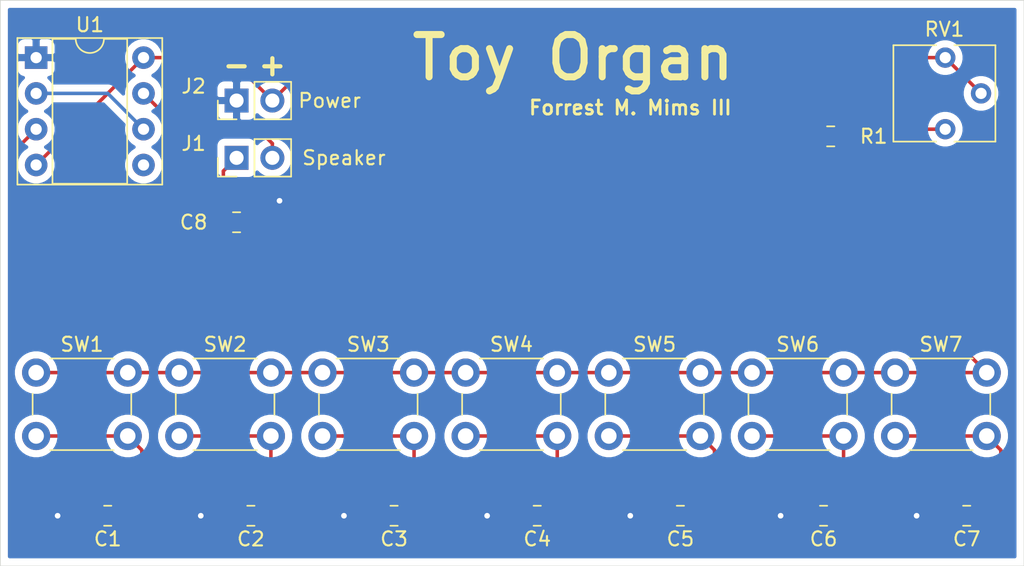
<source format=kicad_pcb>
(kicad_pcb (version 20171130) (host pcbnew "(5.1.5)-3")

  (general
    (thickness 1.6)
    (drawings 8)
    (tracks 78)
    (zones 0)
    (modules 20)
    (nets 16)
  )

  (page A4)
  (layers
    (0 F.Cu signal)
    (31 B.Cu signal)
    (32 B.Adhes user)
    (33 F.Adhes user)
    (34 B.Paste user)
    (35 F.Paste user)
    (36 B.SilkS user)
    (37 F.SilkS user)
    (38 B.Mask user)
    (39 F.Mask user)
    (40 Dwgs.User user)
    (41 Cmts.User user)
    (42 Eco1.User user)
    (43 Eco2.User user)
    (44 Edge.Cuts user)
    (45 Margin user)
    (46 B.CrtYd user)
    (47 F.CrtYd user)
    (48 B.Fab user)
    (49 F.Fab user)
  )

  (setup
    (last_trace_width 0.25)
    (trace_clearance 0.2)
    (zone_clearance 0.508)
    (zone_45_only no)
    (trace_min 0.2)
    (via_size 0.8)
    (via_drill 0.4)
    (via_min_size 0.4)
    (via_min_drill 0.3)
    (uvia_size 0.3)
    (uvia_drill 0.1)
    (uvias_allowed no)
    (uvia_min_size 0.2)
    (uvia_min_drill 0.1)
    (edge_width 0.05)
    (segment_width 0.2)
    (pcb_text_width 0.3)
    (pcb_text_size 1.5 1.5)
    (mod_edge_width 0.12)
    (mod_text_size 1 1)
    (mod_text_width 0.15)
    (pad_size 1.524 1.524)
    (pad_drill 0.762)
    (pad_to_mask_clearance 0.051)
    (solder_mask_min_width 0.25)
    (aux_axis_origin 0 0)
    (visible_elements FFFFFF7F)
    (pcbplotparams
      (layerselection 0x010fc_ffffffff)
      (usegerberextensions false)
      (usegerberattributes false)
      (usegerberadvancedattributes false)
      (creategerberjobfile false)
      (excludeedgelayer true)
      (linewidth 0.100000)
      (plotframeref false)
      (viasonmask false)
      (mode 1)
      (useauxorigin false)
      (hpglpennumber 1)
      (hpglpenspeed 20)
      (hpglpendiameter 15.000000)
      (psnegative false)
      (psa4output false)
      (plotreference true)
      (plotvalue true)
      (plotinvisibletext false)
      (padsonsilk false)
      (subtractmaskfromsilk false)
      (outputformat 1)
      (mirror false)
      (drillshape 1)
      (scaleselection 1)
      (outputdirectory ""))
  )

  (net 0 "")
  (net 1 GNDREF)
  (net 2 "Net-(C1-Pad1)")
  (net 3 "Net-(C2-Pad1)")
  (net 4 "Net-(C3-Pad1)")
  (net 5 "Net-(C4-Pad1)")
  (net 6 "Net-(C5-Pad1)")
  (net 7 "Net-(C6-Pad1)")
  (net 8 "Net-(C7-Pad1)")
  (net 9 "Net-(C8-Pad1)")
  (net 10 "Net-(J1-Pad2)")
  (net 11 +9V)
  (net 12 "Net-(R1-Pad2)")
  (net 13 "Net-(R1-Pad1)")
  (net 14 "Net-(U1-Pad2)")
  (net 15 "Net-(U1-Pad5)")

  (net_class Default "This is the default net class."
    (clearance 0.2)
    (trace_width 0.25)
    (via_dia 0.8)
    (via_drill 0.4)
    (uvia_dia 0.3)
    (uvia_drill 0.1)
    (add_net +9V)
    (add_net GNDREF)
    (add_net "Net-(C1-Pad1)")
    (add_net "Net-(C2-Pad1)")
    (add_net "Net-(C3-Pad1)")
    (add_net "Net-(C4-Pad1)")
    (add_net "Net-(C5-Pad1)")
    (add_net "Net-(C6-Pad1)")
    (add_net "Net-(C7-Pad1)")
    (add_net "Net-(C8-Pad1)")
    (add_net "Net-(J1-Pad2)")
    (add_net "Net-(R1-Pad1)")
    (add_net "Net-(R1-Pad2)")
    (add_net "Net-(U1-Pad2)")
    (add_net "Net-(U1-Pad5)")
  )

  (module Potentiometer_THT:Potentiometer_Vishay_T73YP_Vertical (layer F.Cu) (tedit 5A3D4993) (tstamp 5EEB76E5)
    (at 182.88 89.408)
    (descr "Potentiometer, vertical, Vishay T73YP, http://www.vishay.com/docs/51016/t73.pdf")
    (tags "Potentiometer vertical Vishay T73YP")
    (path /5EEB927B)
    (fp_text reference RV1 (at -0.06 -7.09) (layer F.SilkS)
      (effects (font (size 1 1) (thickness 0.15)))
    )
    (fp_text value 100K (at -0.06 2.01) (layer F.Fab)
      (effects (font (size 1 1) (thickness 0.15)))
    )
    (fp_text user %R (at -2.56 -2.54 90) (layer F.Fab)
      (effects (font (size 1 1) (thickness 0.15)))
    )
    (fp_line (start 3.7 -6.1) (end -3.85 -6.1) (layer F.CrtYd) (width 0.05))
    (fp_line (start 3.7 1.05) (end 3.7 -6.1) (layer F.CrtYd) (width 0.05))
    (fp_line (start -3.85 1.05) (end 3.7 1.05) (layer F.CrtYd) (width 0.05))
    (fp_line (start -3.85 -6.1) (end -3.85 1.05) (layer F.CrtYd) (width 0.05))
    (fp_line (start 3.56 -5.96) (end 3.56 0.88) (layer F.SilkS) (width 0.12))
    (fp_line (start -3.68 -5.96) (end -3.68 0.88) (layer F.SilkS) (width 0.12))
    (fp_line (start 0.65 0.88) (end 3.56 0.88) (layer F.SilkS) (width 0.12))
    (fp_line (start -3.68 0.88) (end -0.65 0.88) (layer F.SilkS) (width 0.12))
    (fp_line (start 0.65 -5.96) (end 3.56 -5.96) (layer F.SilkS) (width 0.12))
    (fp_line (start -3.68 -5.96) (end -0.65 -5.96) (layer F.SilkS) (width 0.12))
    (fp_line (start -0.961 -2.464) (end -0.961 -2.616) (layer F.Fab) (width 0.1))
    (fp_line (start 0.164 -2.464) (end -0.961 -2.464) (layer F.Fab) (width 0.1))
    (fp_line (start 0.164 -1.339) (end 0.164 -2.464) (layer F.Fab) (width 0.1))
    (fp_line (start 0.316 -1.339) (end 0.164 -1.339) (layer F.Fab) (width 0.1))
    (fp_line (start 0.316 -2.464) (end 0.316 -1.339) (layer F.Fab) (width 0.1))
    (fp_line (start 1.441 -2.464) (end 0.316 -2.464) (layer F.Fab) (width 0.1))
    (fp_line (start 1.441 -2.616) (end 1.441 -2.464) (layer F.Fab) (width 0.1))
    (fp_line (start 0.316 -2.616) (end 1.441 -2.616) (layer F.Fab) (width 0.1))
    (fp_line (start 0.316 -3.741) (end 0.316 -2.616) (layer F.Fab) (width 0.1))
    (fp_line (start 0.164 -3.741) (end 0.316 -3.741) (layer F.Fab) (width 0.1))
    (fp_line (start 0.164 -2.616) (end 0.164 -3.741) (layer F.Fab) (width 0.1))
    (fp_line (start -0.961 -2.616) (end 0.164 -2.616) (layer F.Fab) (width 0.1))
    (fp_line (start 3.44 -5.84) (end -3.56 -5.84) (layer F.Fab) (width 0.1))
    (fp_line (start 3.44 0.76) (end 3.44 -5.84) (layer F.Fab) (width 0.1))
    (fp_line (start -3.56 0.76) (end 3.44 0.76) (layer F.Fab) (width 0.1))
    (fp_line (start -3.56 -5.84) (end -3.56 0.76) (layer F.Fab) (width 0.1))
    (fp_circle (center 0.24 -2.54) (end 1.74 -2.54) (layer F.Fab) (width 0.1))
    (pad 1 thru_hole circle (at 0 0) (size 1.44 1.44) (drill 0.8) (layers *.Cu *.Mask)
      (net 13 "Net-(R1-Pad1)"))
    (pad 2 thru_hole circle (at 2.54 -2.54) (size 1.44 1.44) (drill 0.8) (layers *.Cu *.Mask)
      (net 11 +9V))
    (pad 3 thru_hole circle (at 0 -5.08) (size 1.44 1.44) (drill 0.8) (layers *.Cu *.Mask)
      (net 11 +9V))
    (model ${KISYS3DMOD}/Potentiometer_THT.3dshapes/Potentiometer_Vishay_T73YP_Vertical.wrl
      (at (xyz 0 0 0))
      (scale (xyz 1 1 1))
      (rotate (xyz 0 0 0))
    )
  )

  (module Package_DIP:DIP-8_W7.62mm_Socket (layer F.Cu) (tedit 5A02E8C5) (tstamp 5EEB4E38)
    (at 118.364 84.328)
    (descr "8-lead though-hole mounted DIP package, row spacing 7.62 mm (300 mils), Socket")
    (tags "THT DIP DIL PDIP 2.54mm 7.62mm 300mil Socket")
    (path /5EEAEB0C)
    (fp_text reference U1 (at 3.81 -2.33) (layer F.SilkS)
      (effects (font (size 1 1) (thickness 0.15)))
    )
    (fp_text value LM555 (at 3.81 9.95) (layer F.Fab)
      (effects (font (size 1 1) (thickness 0.15)))
    )
    (fp_text user %R (at 3.81 3.81) (layer F.Fab)
      (effects (font (size 1 1) (thickness 0.15)))
    )
    (fp_line (start 9.15 -1.6) (end -1.55 -1.6) (layer F.CrtYd) (width 0.05))
    (fp_line (start 9.15 9.2) (end 9.15 -1.6) (layer F.CrtYd) (width 0.05))
    (fp_line (start -1.55 9.2) (end 9.15 9.2) (layer F.CrtYd) (width 0.05))
    (fp_line (start -1.55 -1.6) (end -1.55 9.2) (layer F.CrtYd) (width 0.05))
    (fp_line (start 8.95 -1.39) (end -1.33 -1.39) (layer F.SilkS) (width 0.12))
    (fp_line (start 8.95 9.01) (end 8.95 -1.39) (layer F.SilkS) (width 0.12))
    (fp_line (start -1.33 9.01) (end 8.95 9.01) (layer F.SilkS) (width 0.12))
    (fp_line (start -1.33 -1.39) (end -1.33 9.01) (layer F.SilkS) (width 0.12))
    (fp_line (start 6.46 -1.33) (end 4.81 -1.33) (layer F.SilkS) (width 0.12))
    (fp_line (start 6.46 8.95) (end 6.46 -1.33) (layer F.SilkS) (width 0.12))
    (fp_line (start 1.16 8.95) (end 6.46 8.95) (layer F.SilkS) (width 0.12))
    (fp_line (start 1.16 -1.33) (end 1.16 8.95) (layer F.SilkS) (width 0.12))
    (fp_line (start 2.81 -1.33) (end 1.16 -1.33) (layer F.SilkS) (width 0.12))
    (fp_line (start 8.89 -1.33) (end -1.27 -1.33) (layer F.Fab) (width 0.1))
    (fp_line (start 8.89 8.95) (end 8.89 -1.33) (layer F.Fab) (width 0.1))
    (fp_line (start -1.27 8.95) (end 8.89 8.95) (layer F.Fab) (width 0.1))
    (fp_line (start -1.27 -1.33) (end -1.27 8.95) (layer F.Fab) (width 0.1))
    (fp_line (start 0.635 -0.27) (end 1.635 -1.27) (layer F.Fab) (width 0.1))
    (fp_line (start 0.635 8.89) (end 0.635 -0.27) (layer F.Fab) (width 0.1))
    (fp_line (start 6.985 8.89) (end 0.635 8.89) (layer F.Fab) (width 0.1))
    (fp_line (start 6.985 -1.27) (end 6.985 8.89) (layer F.Fab) (width 0.1))
    (fp_line (start 1.635 -1.27) (end 6.985 -1.27) (layer F.Fab) (width 0.1))
    (fp_arc (start 3.81 -1.33) (end 2.81 -1.33) (angle -180) (layer F.SilkS) (width 0.12))
    (pad 8 thru_hole oval (at 7.62 0) (size 1.6 1.6) (drill 0.8) (layers *.Cu *.Mask)
      (net 11 +9V))
    (pad 4 thru_hole oval (at 0 7.62) (size 1.6 1.6) (drill 0.8) (layers *.Cu *.Mask)
      (net 11 +9V))
    (pad 7 thru_hole oval (at 7.62 2.54) (size 1.6 1.6) (drill 0.8) (layers *.Cu *.Mask)
      (net 13 "Net-(R1-Pad1)"))
    (pad 3 thru_hole oval (at 0 5.08) (size 1.6 1.6) (drill 0.8) (layers *.Cu *.Mask)
      (net 10 "Net-(J1-Pad2)"))
    (pad 6 thru_hole oval (at 7.62 5.08) (size 1.6 1.6) (drill 0.8) (layers *.Cu *.Mask)
      (net 14 "Net-(U1-Pad2)"))
    (pad 2 thru_hole oval (at 0 2.54) (size 1.6 1.6) (drill 0.8) (layers *.Cu *.Mask)
      (net 14 "Net-(U1-Pad2)"))
    (pad 5 thru_hole oval (at 7.62 7.62) (size 1.6 1.6) (drill 0.8) (layers *.Cu *.Mask)
      (net 15 "Net-(U1-Pad5)"))
    (pad 1 thru_hole rect (at 0 0) (size 1.6 1.6) (drill 0.8) (layers *.Cu *.Mask)
      (net 1 GNDREF))
    (model ${KISYS3DMOD}/Package_DIP.3dshapes/DIP-8_W7.62mm_Socket.wrl
      (at (xyz 0 0 0))
      (scale (xyz 1 1 1))
      (rotate (xyz 0 0 0))
    )
  )

  (module Button_Switch_THT:SW_PUSH_6mm (layer F.Cu) (tedit 5A02FE31) (tstamp 5EEB4E14)
    (at 179.324 106.68)
    (descr https://www.omron.com/ecb/products/pdf/en-b3f.pdf)
    (tags "tact sw push 6mm")
    (path /5EEB4A36)
    (fp_text reference SW7 (at 3.25 -2) (layer F.SilkS)
      (effects (font (size 1 1) (thickness 0.15)))
    )
    (fp_text value SW_Push (at 3.75 6.7) (layer F.Fab)
      (effects (font (size 1 1) (thickness 0.15)))
    )
    (fp_circle (center 3.25 2.25) (end 1.25 2.5) (layer F.Fab) (width 0.1))
    (fp_line (start 6.75 3) (end 6.75 1.5) (layer F.SilkS) (width 0.12))
    (fp_line (start 5.5 -1) (end 1 -1) (layer F.SilkS) (width 0.12))
    (fp_line (start -0.25 1.5) (end -0.25 3) (layer F.SilkS) (width 0.12))
    (fp_line (start 1 5.5) (end 5.5 5.5) (layer F.SilkS) (width 0.12))
    (fp_line (start 8 -1.25) (end 8 5.75) (layer F.CrtYd) (width 0.05))
    (fp_line (start 7.75 6) (end -1.25 6) (layer F.CrtYd) (width 0.05))
    (fp_line (start -1.5 5.75) (end -1.5 -1.25) (layer F.CrtYd) (width 0.05))
    (fp_line (start -1.25 -1.5) (end 7.75 -1.5) (layer F.CrtYd) (width 0.05))
    (fp_line (start -1.5 6) (end -1.25 6) (layer F.CrtYd) (width 0.05))
    (fp_line (start -1.5 5.75) (end -1.5 6) (layer F.CrtYd) (width 0.05))
    (fp_line (start -1.5 -1.5) (end -1.25 -1.5) (layer F.CrtYd) (width 0.05))
    (fp_line (start -1.5 -1.25) (end -1.5 -1.5) (layer F.CrtYd) (width 0.05))
    (fp_line (start 8 -1.5) (end 8 -1.25) (layer F.CrtYd) (width 0.05))
    (fp_line (start 7.75 -1.5) (end 8 -1.5) (layer F.CrtYd) (width 0.05))
    (fp_line (start 8 6) (end 8 5.75) (layer F.CrtYd) (width 0.05))
    (fp_line (start 7.75 6) (end 8 6) (layer F.CrtYd) (width 0.05))
    (fp_line (start 0.25 -0.75) (end 3.25 -0.75) (layer F.Fab) (width 0.1))
    (fp_line (start 0.25 5.25) (end 0.25 -0.75) (layer F.Fab) (width 0.1))
    (fp_line (start 6.25 5.25) (end 0.25 5.25) (layer F.Fab) (width 0.1))
    (fp_line (start 6.25 -0.75) (end 6.25 5.25) (layer F.Fab) (width 0.1))
    (fp_line (start 3.25 -0.75) (end 6.25 -0.75) (layer F.Fab) (width 0.1))
    (fp_text user %R (at 3.25 2.25) (layer F.Fab)
      (effects (font (size 1 1) (thickness 0.15)))
    )
    (pad 1 thru_hole circle (at 6.5 0 90) (size 2 2) (drill 1.1) (layers *.Cu *.Mask)
      (net 12 "Net-(R1-Pad2)"))
    (pad 2 thru_hole circle (at 6.5 4.5 90) (size 2 2) (drill 1.1) (layers *.Cu *.Mask)
      (net 8 "Net-(C7-Pad1)"))
    (pad 1 thru_hole circle (at 0 0 90) (size 2 2) (drill 1.1) (layers *.Cu *.Mask)
      (net 12 "Net-(R1-Pad2)"))
    (pad 2 thru_hole circle (at 0 4.5 90) (size 2 2) (drill 1.1) (layers *.Cu *.Mask)
      (net 8 "Net-(C7-Pad1)"))
    (model ${KISYS3DMOD}/Button_Switch_THT.3dshapes/SW_PUSH_6mm.wrl
      (at (xyz 0 0 0))
      (scale (xyz 1 1 1))
      (rotate (xyz 0 0 0))
    )
  )

  (module Button_Switch_THT:SW_PUSH_6mm (layer F.Cu) (tedit 5A02FE31) (tstamp 5EEB4DF5)
    (at 169.164 106.68)
    (descr https://www.omron.com/ecb/products/pdf/en-b3f.pdf)
    (tags "tact sw push 6mm")
    (path /5EEB46CB)
    (fp_text reference SW6 (at 3.25 -2) (layer F.SilkS)
      (effects (font (size 1 1) (thickness 0.15)))
    )
    (fp_text value SW_Push (at 3.75 6.7) (layer F.Fab)
      (effects (font (size 1 1) (thickness 0.15)))
    )
    (fp_circle (center 3.25 2.25) (end 1.25 2.5) (layer F.Fab) (width 0.1))
    (fp_line (start 6.75 3) (end 6.75 1.5) (layer F.SilkS) (width 0.12))
    (fp_line (start 5.5 -1) (end 1 -1) (layer F.SilkS) (width 0.12))
    (fp_line (start -0.25 1.5) (end -0.25 3) (layer F.SilkS) (width 0.12))
    (fp_line (start 1 5.5) (end 5.5 5.5) (layer F.SilkS) (width 0.12))
    (fp_line (start 8 -1.25) (end 8 5.75) (layer F.CrtYd) (width 0.05))
    (fp_line (start 7.75 6) (end -1.25 6) (layer F.CrtYd) (width 0.05))
    (fp_line (start -1.5 5.75) (end -1.5 -1.25) (layer F.CrtYd) (width 0.05))
    (fp_line (start -1.25 -1.5) (end 7.75 -1.5) (layer F.CrtYd) (width 0.05))
    (fp_line (start -1.5 6) (end -1.25 6) (layer F.CrtYd) (width 0.05))
    (fp_line (start -1.5 5.75) (end -1.5 6) (layer F.CrtYd) (width 0.05))
    (fp_line (start -1.5 -1.5) (end -1.25 -1.5) (layer F.CrtYd) (width 0.05))
    (fp_line (start -1.5 -1.25) (end -1.5 -1.5) (layer F.CrtYd) (width 0.05))
    (fp_line (start 8 -1.5) (end 8 -1.25) (layer F.CrtYd) (width 0.05))
    (fp_line (start 7.75 -1.5) (end 8 -1.5) (layer F.CrtYd) (width 0.05))
    (fp_line (start 8 6) (end 8 5.75) (layer F.CrtYd) (width 0.05))
    (fp_line (start 7.75 6) (end 8 6) (layer F.CrtYd) (width 0.05))
    (fp_line (start 0.25 -0.75) (end 3.25 -0.75) (layer F.Fab) (width 0.1))
    (fp_line (start 0.25 5.25) (end 0.25 -0.75) (layer F.Fab) (width 0.1))
    (fp_line (start 6.25 5.25) (end 0.25 5.25) (layer F.Fab) (width 0.1))
    (fp_line (start 6.25 -0.75) (end 6.25 5.25) (layer F.Fab) (width 0.1))
    (fp_line (start 3.25 -0.75) (end 6.25 -0.75) (layer F.Fab) (width 0.1))
    (fp_text user %R (at 3.25 2.25) (layer F.Fab)
      (effects (font (size 1 1) (thickness 0.15)))
    )
    (pad 1 thru_hole circle (at 6.5 0 90) (size 2 2) (drill 1.1) (layers *.Cu *.Mask)
      (net 12 "Net-(R1-Pad2)"))
    (pad 2 thru_hole circle (at 6.5 4.5 90) (size 2 2) (drill 1.1) (layers *.Cu *.Mask)
      (net 7 "Net-(C6-Pad1)"))
    (pad 1 thru_hole circle (at 0 0 90) (size 2 2) (drill 1.1) (layers *.Cu *.Mask)
      (net 12 "Net-(R1-Pad2)"))
    (pad 2 thru_hole circle (at 0 4.5 90) (size 2 2) (drill 1.1) (layers *.Cu *.Mask)
      (net 7 "Net-(C6-Pad1)"))
    (model ${KISYS3DMOD}/Button_Switch_THT.3dshapes/SW_PUSH_6mm.wrl
      (at (xyz 0 0 0))
      (scale (xyz 1 1 1))
      (rotate (xyz 0 0 0))
    )
  )

  (module Button_Switch_THT:SW_PUSH_6mm (layer F.Cu) (tedit 5A02FE31) (tstamp 5EEB4DD6)
    (at 159.004 106.68)
    (descr https://www.omron.com/ecb/products/pdf/en-b3f.pdf)
    (tags "tact sw push 6mm")
    (path /5EEB4273)
    (fp_text reference SW5 (at 3.25 -2) (layer F.SilkS)
      (effects (font (size 1 1) (thickness 0.15)))
    )
    (fp_text value SW_Push (at 3.75 6.7) (layer F.Fab)
      (effects (font (size 1 1) (thickness 0.15)))
    )
    (fp_circle (center 3.25 2.25) (end 1.25 2.5) (layer F.Fab) (width 0.1))
    (fp_line (start 6.75 3) (end 6.75 1.5) (layer F.SilkS) (width 0.12))
    (fp_line (start 5.5 -1) (end 1 -1) (layer F.SilkS) (width 0.12))
    (fp_line (start -0.25 1.5) (end -0.25 3) (layer F.SilkS) (width 0.12))
    (fp_line (start 1 5.5) (end 5.5 5.5) (layer F.SilkS) (width 0.12))
    (fp_line (start 8 -1.25) (end 8 5.75) (layer F.CrtYd) (width 0.05))
    (fp_line (start 7.75 6) (end -1.25 6) (layer F.CrtYd) (width 0.05))
    (fp_line (start -1.5 5.75) (end -1.5 -1.25) (layer F.CrtYd) (width 0.05))
    (fp_line (start -1.25 -1.5) (end 7.75 -1.5) (layer F.CrtYd) (width 0.05))
    (fp_line (start -1.5 6) (end -1.25 6) (layer F.CrtYd) (width 0.05))
    (fp_line (start -1.5 5.75) (end -1.5 6) (layer F.CrtYd) (width 0.05))
    (fp_line (start -1.5 -1.5) (end -1.25 -1.5) (layer F.CrtYd) (width 0.05))
    (fp_line (start -1.5 -1.25) (end -1.5 -1.5) (layer F.CrtYd) (width 0.05))
    (fp_line (start 8 -1.5) (end 8 -1.25) (layer F.CrtYd) (width 0.05))
    (fp_line (start 7.75 -1.5) (end 8 -1.5) (layer F.CrtYd) (width 0.05))
    (fp_line (start 8 6) (end 8 5.75) (layer F.CrtYd) (width 0.05))
    (fp_line (start 7.75 6) (end 8 6) (layer F.CrtYd) (width 0.05))
    (fp_line (start 0.25 -0.75) (end 3.25 -0.75) (layer F.Fab) (width 0.1))
    (fp_line (start 0.25 5.25) (end 0.25 -0.75) (layer F.Fab) (width 0.1))
    (fp_line (start 6.25 5.25) (end 0.25 5.25) (layer F.Fab) (width 0.1))
    (fp_line (start 6.25 -0.75) (end 6.25 5.25) (layer F.Fab) (width 0.1))
    (fp_line (start 3.25 -0.75) (end 6.25 -0.75) (layer F.Fab) (width 0.1))
    (fp_text user %R (at 3.25 2.25) (layer F.Fab)
      (effects (font (size 1 1) (thickness 0.15)))
    )
    (pad 1 thru_hole circle (at 6.5 0 90) (size 2 2) (drill 1.1) (layers *.Cu *.Mask)
      (net 12 "Net-(R1-Pad2)"))
    (pad 2 thru_hole circle (at 6.5 4.5 90) (size 2 2) (drill 1.1) (layers *.Cu *.Mask)
      (net 6 "Net-(C5-Pad1)"))
    (pad 1 thru_hole circle (at 0 0 90) (size 2 2) (drill 1.1) (layers *.Cu *.Mask)
      (net 12 "Net-(R1-Pad2)"))
    (pad 2 thru_hole circle (at 0 4.5 90) (size 2 2) (drill 1.1) (layers *.Cu *.Mask)
      (net 6 "Net-(C5-Pad1)"))
    (model ${KISYS3DMOD}/Button_Switch_THT.3dshapes/SW_PUSH_6mm.wrl
      (at (xyz 0 0 0))
      (scale (xyz 1 1 1))
      (rotate (xyz 0 0 0))
    )
  )

  (module Button_Switch_THT:SW_PUSH_6mm (layer F.Cu) (tedit 5A02FE31) (tstamp 5EEB4DB7)
    (at 148.844 106.68)
    (descr https://www.omron.com/ecb/products/pdf/en-b3f.pdf)
    (tags "tact sw push 6mm")
    (path /5EEB3E5A)
    (fp_text reference SW4 (at 3.25 -2) (layer F.SilkS)
      (effects (font (size 1 1) (thickness 0.15)))
    )
    (fp_text value SW_Push (at 3.75 6.7) (layer F.Fab)
      (effects (font (size 1 1) (thickness 0.15)))
    )
    (fp_circle (center 3.25 2.25) (end 1.25 2.5) (layer F.Fab) (width 0.1))
    (fp_line (start 6.75 3) (end 6.75 1.5) (layer F.SilkS) (width 0.12))
    (fp_line (start 5.5 -1) (end 1 -1) (layer F.SilkS) (width 0.12))
    (fp_line (start -0.25 1.5) (end -0.25 3) (layer F.SilkS) (width 0.12))
    (fp_line (start 1 5.5) (end 5.5 5.5) (layer F.SilkS) (width 0.12))
    (fp_line (start 8 -1.25) (end 8 5.75) (layer F.CrtYd) (width 0.05))
    (fp_line (start 7.75 6) (end -1.25 6) (layer F.CrtYd) (width 0.05))
    (fp_line (start -1.5 5.75) (end -1.5 -1.25) (layer F.CrtYd) (width 0.05))
    (fp_line (start -1.25 -1.5) (end 7.75 -1.5) (layer F.CrtYd) (width 0.05))
    (fp_line (start -1.5 6) (end -1.25 6) (layer F.CrtYd) (width 0.05))
    (fp_line (start -1.5 5.75) (end -1.5 6) (layer F.CrtYd) (width 0.05))
    (fp_line (start -1.5 -1.5) (end -1.25 -1.5) (layer F.CrtYd) (width 0.05))
    (fp_line (start -1.5 -1.25) (end -1.5 -1.5) (layer F.CrtYd) (width 0.05))
    (fp_line (start 8 -1.5) (end 8 -1.25) (layer F.CrtYd) (width 0.05))
    (fp_line (start 7.75 -1.5) (end 8 -1.5) (layer F.CrtYd) (width 0.05))
    (fp_line (start 8 6) (end 8 5.75) (layer F.CrtYd) (width 0.05))
    (fp_line (start 7.75 6) (end 8 6) (layer F.CrtYd) (width 0.05))
    (fp_line (start 0.25 -0.75) (end 3.25 -0.75) (layer F.Fab) (width 0.1))
    (fp_line (start 0.25 5.25) (end 0.25 -0.75) (layer F.Fab) (width 0.1))
    (fp_line (start 6.25 5.25) (end 0.25 5.25) (layer F.Fab) (width 0.1))
    (fp_line (start 6.25 -0.75) (end 6.25 5.25) (layer F.Fab) (width 0.1))
    (fp_line (start 3.25 -0.75) (end 6.25 -0.75) (layer F.Fab) (width 0.1))
    (fp_text user %R (at 3.25 2.25) (layer F.Fab)
      (effects (font (size 1 1) (thickness 0.15)))
    )
    (pad 1 thru_hole circle (at 6.5 0 90) (size 2 2) (drill 1.1) (layers *.Cu *.Mask)
      (net 12 "Net-(R1-Pad2)"))
    (pad 2 thru_hole circle (at 6.5 4.5 90) (size 2 2) (drill 1.1) (layers *.Cu *.Mask)
      (net 5 "Net-(C4-Pad1)"))
    (pad 1 thru_hole circle (at 0 0 90) (size 2 2) (drill 1.1) (layers *.Cu *.Mask)
      (net 12 "Net-(R1-Pad2)"))
    (pad 2 thru_hole circle (at 0 4.5 90) (size 2 2) (drill 1.1) (layers *.Cu *.Mask)
      (net 5 "Net-(C4-Pad1)"))
    (model ${KISYS3DMOD}/Button_Switch_THT.3dshapes/SW_PUSH_6mm.wrl
      (at (xyz 0 0 0))
      (scale (xyz 1 1 1))
      (rotate (xyz 0 0 0))
    )
  )

  (module Button_Switch_THT:SW_PUSH_6mm (layer F.Cu) (tedit 5A02FE31) (tstamp 5EEB4D98)
    (at 138.684 106.68)
    (descr https://www.omron.com/ecb/products/pdf/en-b3f.pdf)
    (tags "tact sw push 6mm")
    (path /5EEB38BC)
    (fp_text reference SW3 (at 3.25 -2) (layer F.SilkS)
      (effects (font (size 1 1) (thickness 0.15)))
    )
    (fp_text value SW_Push (at 3.75 6.7) (layer F.Fab)
      (effects (font (size 1 1) (thickness 0.15)))
    )
    (fp_circle (center 3.25 2.25) (end 1.25 2.5) (layer F.Fab) (width 0.1))
    (fp_line (start 6.75 3) (end 6.75 1.5) (layer F.SilkS) (width 0.12))
    (fp_line (start 5.5 -1) (end 1 -1) (layer F.SilkS) (width 0.12))
    (fp_line (start -0.25 1.5) (end -0.25 3) (layer F.SilkS) (width 0.12))
    (fp_line (start 1 5.5) (end 5.5 5.5) (layer F.SilkS) (width 0.12))
    (fp_line (start 8 -1.25) (end 8 5.75) (layer F.CrtYd) (width 0.05))
    (fp_line (start 7.75 6) (end -1.25 6) (layer F.CrtYd) (width 0.05))
    (fp_line (start -1.5 5.75) (end -1.5 -1.25) (layer F.CrtYd) (width 0.05))
    (fp_line (start -1.25 -1.5) (end 7.75 -1.5) (layer F.CrtYd) (width 0.05))
    (fp_line (start -1.5 6) (end -1.25 6) (layer F.CrtYd) (width 0.05))
    (fp_line (start -1.5 5.75) (end -1.5 6) (layer F.CrtYd) (width 0.05))
    (fp_line (start -1.5 -1.5) (end -1.25 -1.5) (layer F.CrtYd) (width 0.05))
    (fp_line (start -1.5 -1.25) (end -1.5 -1.5) (layer F.CrtYd) (width 0.05))
    (fp_line (start 8 -1.5) (end 8 -1.25) (layer F.CrtYd) (width 0.05))
    (fp_line (start 7.75 -1.5) (end 8 -1.5) (layer F.CrtYd) (width 0.05))
    (fp_line (start 8 6) (end 8 5.75) (layer F.CrtYd) (width 0.05))
    (fp_line (start 7.75 6) (end 8 6) (layer F.CrtYd) (width 0.05))
    (fp_line (start 0.25 -0.75) (end 3.25 -0.75) (layer F.Fab) (width 0.1))
    (fp_line (start 0.25 5.25) (end 0.25 -0.75) (layer F.Fab) (width 0.1))
    (fp_line (start 6.25 5.25) (end 0.25 5.25) (layer F.Fab) (width 0.1))
    (fp_line (start 6.25 -0.75) (end 6.25 5.25) (layer F.Fab) (width 0.1))
    (fp_line (start 3.25 -0.75) (end 6.25 -0.75) (layer F.Fab) (width 0.1))
    (fp_text user %R (at 3.25 2.25) (layer F.Fab)
      (effects (font (size 1 1) (thickness 0.15)))
    )
    (pad 1 thru_hole circle (at 6.5 0 90) (size 2 2) (drill 1.1) (layers *.Cu *.Mask)
      (net 12 "Net-(R1-Pad2)"))
    (pad 2 thru_hole circle (at 6.5 4.5 90) (size 2 2) (drill 1.1) (layers *.Cu *.Mask)
      (net 4 "Net-(C3-Pad1)"))
    (pad 1 thru_hole circle (at 0 0 90) (size 2 2) (drill 1.1) (layers *.Cu *.Mask)
      (net 12 "Net-(R1-Pad2)"))
    (pad 2 thru_hole circle (at 0 4.5 90) (size 2 2) (drill 1.1) (layers *.Cu *.Mask)
      (net 4 "Net-(C3-Pad1)"))
    (model ${KISYS3DMOD}/Button_Switch_THT.3dshapes/SW_PUSH_6mm.wrl
      (at (xyz 0 0 0))
      (scale (xyz 1 1 1))
      (rotate (xyz 0 0 0))
    )
  )

  (module Button_Switch_THT:SW_PUSH_6mm (layer F.Cu) (tedit 5A02FE31) (tstamp 5EEB4D79)
    (at 128.524 106.68)
    (descr https://www.omron.com/ecb/products/pdf/en-b3f.pdf)
    (tags "tact sw push 6mm")
    (path /5EEB34A6)
    (fp_text reference SW2 (at 3.25 -2) (layer F.SilkS)
      (effects (font (size 1 1) (thickness 0.15)))
    )
    (fp_text value SW_Push (at 3.75 6.7) (layer F.Fab)
      (effects (font (size 1 1) (thickness 0.15)))
    )
    (fp_circle (center 3.25 2.25) (end 1.25 2.5) (layer F.Fab) (width 0.1))
    (fp_line (start 6.75 3) (end 6.75 1.5) (layer F.SilkS) (width 0.12))
    (fp_line (start 5.5 -1) (end 1 -1) (layer F.SilkS) (width 0.12))
    (fp_line (start -0.25 1.5) (end -0.25 3) (layer F.SilkS) (width 0.12))
    (fp_line (start 1 5.5) (end 5.5 5.5) (layer F.SilkS) (width 0.12))
    (fp_line (start 8 -1.25) (end 8 5.75) (layer F.CrtYd) (width 0.05))
    (fp_line (start 7.75 6) (end -1.25 6) (layer F.CrtYd) (width 0.05))
    (fp_line (start -1.5 5.75) (end -1.5 -1.25) (layer F.CrtYd) (width 0.05))
    (fp_line (start -1.25 -1.5) (end 7.75 -1.5) (layer F.CrtYd) (width 0.05))
    (fp_line (start -1.5 6) (end -1.25 6) (layer F.CrtYd) (width 0.05))
    (fp_line (start -1.5 5.75) (end -1.5 6) (layer F.CrtYd) (width 0.05))
    (fp_line (start -1.5 -1.5) (end -1.25 -1.5) (layer F.CrtYd) (width 0.05))
    (fp_line (start -1.5 -1.25) (end -1.5 -1.5) (layer F.CrtYd) (width 0.05))
    (fp_line (start 8 -1.5) (end 8 -1.25) (layer F.CrtYd) (width 0.05))
    (fp_line (start 7.75 -1.5) (end 8 -1.5) (layer F.CrtYd) (width 0.05))
    (fp_line (start 8 6) (end 8 5.75) (layer F.CrtYd) (width 0.05))
    (fp_line (start 7.75 6) (end 8 6) (layer F.CrtYd) (width 0.05))
    (fp_line (start 0.25 -0.75) (end 3.25 -0.75) (layer F.Fab) (width 0.1))
    (fp_line (start 0.25 5.25) (end 0.25 -0.75) (layer F.Fab) (width 0.1))
    (fp_line (start 6.25 5.25) (end 0.25 5.25) (layer F.Fab) (width 0.1))
    (fp_line (start 6.25 -0.75) (end 6.25 5.25) (layer F.Fab) (width 0.1))
    (fp_line (start 3.25 -0.75) (end 6.25 -0.75) (layer F.Fab) (width 0.1))
    (fp_text user %R (at 3.25 2.25) (layer F.Fab)
      (effects (font (size 1 1) (thickness 0.15)))
    )
    (pad 1 thru_hole circle (at 6.5 0 90) (size 2 2) (drill 1.1) (layers *.Cu *.Mask)
      (net 12 "Net-(R1-Pad2)"))
    (pad 2 thru_hole circle (at 6.5 4.5 90) (size 2 2) (drill 1.1) (layers *.Cu *.Mask)
      (net 3 "Net-(C2-Pad1)"))
    (pad 1 thru_hole circle (at 0 0 90) (size 2 2) (drill 1.1) (layers *.Cu *.Mask)
      (net 12 "Net-(R1-Pad2)"))
    (pad 2 thru_hole circle (at 0 4.5 90) (size 2 2) (drill 1.1) (layers *.Cu *.Mask)
      (net 3 "Net-(C2-Pad1)"))
    (model ${KISYS3DMOD}/Button_Switch_THT.3dshapes/SW_PUSH_6mm.wrl
      (at (xyz 0 0 0))
      (scale (xyz 1 1 1))
      (rotate (xyz 0 0 0))
    )
  )

  (module Button_Switch_THT:SW_PUSH_6mm (layer F.Cu) (tedit 5A02FE31) (tstamp 5EEB4D5A)
    (at 118.364 106.68)
    (descr https://www.omron.com/ecb/products/pdf/en-b3f.pdf)
    (tags "tact sw push 6mm")
    (path /5EEB2C28)
    (fp_text reference SW1 (at 3.25 -2) (layer F.SilkS)
      (effects (font (size 1 1) (thickness 0.15)))
    )
    (fp_text value SW_Push (at 3.75 6.7) (layer F.Fab)
      (effects (font (size 1 1) (thickness 0.15)))
    )
    (fp_circle (center 3.25 2.25) (end 1.25 2.5) (layer F.Fab) (width 0.1))
    (fp_line (start 6.75 3) (end 6.75 1.5) (layer F.SilkS) (width 0.12))
    (fp_line (start 5.5 -1) (end 1 -1) (layer F.SilkS) (width 0.12))
    (fp_line (start -0.25 1.5) (end -0.25 3) (layer F.SilkS) (width 0.12))
    (fp_line (start 1 5.5) (end 5.5 5.5) (layer F.SilkS) (width 0.12))
    (fp_line (start 8 -1.25) (end 8 5.75) (layer F.CrtYd) (width 0.05))
    (fp_line (start 7.75 6) (end -1.25 6) (layer F.CrtYd) (width 0.05))
    (fp_line (start -1.5 5.75) (end -1.5 -1.25) (layer F.CrtYd) (width 0.05))
    (fp_line (start -1.25 -1.5) (end 7.75 -1.5) (layer F.CrtYd) (width 0.05))
    (fp_line (start -1.5 6) (end -1.25 6) (layer F.CrtYd) (width 0.05))
    (fp_line (start -1.5 5.75) (end -1.5 6) (layer F.CrtYd) (width 0.05))
    (fp_line (start -1.5 -1.5) (end -1.25 -1.5) (layer F.CrtYd) (width 0.05))
    (fp_line (start -1.5 -1.25) (end -1.5 -1.5) (layer F.CrtYd) (width 0.05))
    (fp_line (start 8 -1.5) (end 8 -1.25) (layer F.CrtYd) (width 0.05))
    (fp_line (start 7.75 -1.5) (end 8 -1.5) (layer F.CrtYd) (width 0.05))
    (fp_line (start 8 6) (end 8 5.75) (layer F.CrtYd) (width 0.05))
    (fp_line (start 7.75 6) (end 8 6) (layer F.CrtYd) (width 0.05))
    (fp_line (start 0.25 -0.75) (end 3.25 -0.75) (layer F.Fab) (width 0.1))
    (fp_line (start 0.25 5.25) (end 0.25 -0.75) (layer F.Fab) (width 0.1))
    (fp_line (start 6.25 5.25) (end 0.25 5.25) (layer F.Fab) (width 0.1))
    (fp_line (start 6.25 -0.75) (end 6.25 5.25) (layer F.Fab) (width 0.1))
    (fp_line (start 3.25 -0.75) (end 6.25 -0.75) (layer F.Fab) (width 0.1))
    (fp_text user %R (at 3.25 2.25) (layer F.Fab)
      (effects (font (size 1 1) (thickness 0.15)))
    )
    (pad 1 thru_hole circle (at 6.5 0 90) (size 2 2) (drill 1.1) (layers *.Cu *.Mask)
      (net 12 "Net-(R1-Pad2)"))
    (pad 2 thru_hole circle (at 6.5 4.5 90) (size 2 2) (drill 1.1) (layers *.Cu *.Mask)
      (net 2 "Net-(C1-Pad1)"))
    (pad 1 thru_hole circle (at 0 0 90) (size 2 2) (drill 1.1) (layers *.Cu *.Mask)
      (net 12 "Net-(R1-Pad2)"))
    (pad 2 thru_hole circle (at 0 4.5 90) (size 2 2) (drill 1.1) (layers *.Cu *.Mask)
      (net 2 "Net-(C1-Pad1)"))
    (model ${KISYS3DMOD}/Button_Switch_THT.3dshapes/SW_PUSH_6mm.wrl
      (at (xyz 0 0 0))
      (scale (xyz 1 1 1))
      (rotate (xyz 0 0 0))
    )
  )

  (module Resistor_SMD:R_0805_2012Metric_Pad1.15x1.40mm_HandSolder (layer F.Cu) (tedit 5B36C52B) (tstamp 5EEB4D2A)
    (at 174.752 89.916 180)
    (descr "Resistor SMD 0805 (2012 Metric), square (rectangular) end terminal, IPC_7351 nominal with elongated pad for handsoldering. (Body size source: https://docs.google.com/spreadsheets/d/1BsfQQcO9C6DZCsRaXUlFlo91Tg2WpOkGARC1WS5S8t0/edit?usp=sharing), generated with kicad-footprint-generator")
    (tags "resistor handsolder")
    (path /5EEB8765)
    (attr smd)
    (fp_text reference R1 (at -3.048 0) (layer F.SilkS)
      (effects (font (size 1 1) (thickness 0.15)))
    )
    (fp_text value 10K (at 3.556 0) (layer F.Fab)
      (effects (font (size 1 1) (thickness 0.15)))
    )
    (fp_text user %R (at 0 0) (layer F.Fab)
      (effects (font (size 0.5 0.5) (thickness 0.08)))
    )
    (fp_line (start 1.85 0.95) (end -1.85 0.95) (layer F.CrtYd) (width 0.05))
    (fp_line (start 1.85 -0.95) (end 1.85 0.95) (layer F.CrtYd) (width 0.05))
    (fp_line (start -1.85 -0.95) (end 1.85 -0.95) (layer F.CrtYd) (width 0.05))
    (fp_line (start -1.85 0.95) (end -1.85 -0.95) (layer F.CrtYd) (width 0.05))
    (fp_line (start -0.261252 0.71) (end 0.261252 0.71) (layer F.SilkS) (width 0.12))
    (fp_line (start -0.261252 -0.71) (end 0.261252 -0.71) (layer F.SilkS) (width 0.12))
    (fp_line (start 1 0.6) (end -1 0.6) (layer F.Fab) (width 0.1))
    (fp_line (start 1 -0.6) (end 1 0.6) (layer F.Fab) (width 0.1))
    (fp_line (start -1 -0.6) (end 1 -0.6) (layer F.Fab) (width 0.1))
    (fp_line (start -1 0.6) (end -1 -0.6) (layer F.Fab) (width 0.1))
    (pad 2 smd roundrect (at 1.025 0 180) (size 1.15 1.4) (layers F.Cu F.Paste F.Mask) (roundrect_rratio 0.217391)
      (net 12 "Net-(R1-Pad2)"))
    (pad 1 smd roundrect (at -1.025 0 180) (size 1.15 1.4) (layers F.Cu F.Paste F.Mask) (roundrect_rratio 0.217391)
      (net 13 "Net-(R1-Pad1)"))
    (model ${KISYS3DMOD}/Resistor_SMD.3dshapes/R_0805_2012Metric.wrl
      (at (xyz 0 0 0))
      (scale (xyz 1 1 1))
      (rotate (xyz 0 0 0))
    )
  )

  (module Connector_PinHeader_2.54mm:PinHeader_1x02_P2.54mm_Vertical (layer F.Cu) (tedit 59FED5CC) (tstamp 5EEB4D19)
    (at 132.588 87.376 90)
    (descr "Through hole straight pin header, 1x02, 2.54mm pitch, single row")
    (tags "Through hole pin header THT 1x02 2.54mm single row")
    (path /5EECCAFE)
    (fp_text reference J2 (at 1.016 -3.048 180) (layer F.SilkS)
      (effects (font (size 1 1) (thickness 0.15)))
    )
    (fp_text value Power (at 0 6.604 180) (layer F.SilkS)
      (effects (font (size 1 1) (thickness 0.15)))
    )
    (fp_text user %R (at 0 1.27) (layer F.Fab)
      (effects (font (size 1 1) (thickness 0.15)))
    )
    (fp_line (start 1.8 -1.8) (end -1.8 -1.8) (layer F.CrtYd) (width 0.05))
    (fp_line (start 1.8 4.35) (end 1.8 -1.8) (layer F.CrtYd) (width 0.05))
    (fp_line (start -1.8 4.35) (end 1.8 4.35) (layer F.CrtYd) (width 0.05))
    (fp_line (start -1.8 -1.8) (end -1.8 4.35) (layer F.CrtYd) (width 0.05))
    (fp_line (start -1.33 -1.33) (end 0 -1.33) (layer F.SilkS) (width 0.12))
    (fp_line (start -1.33 0) (end -1.33 -1.33) (layer F.SilkS) (width 0.12))
    (fp_line (start -1.33 1.27) (end 1.33 1.27) (layer F.SilkS) (width 0.12))
    (fp_line (start 1.33 1.27) (end 1.33 3.87) (layer F.SilkS) (width 0.12))
    (fp_line (start -1.33 1.27) (end -1.33 3.87) (layer F.SilkS) (width 0.12))
    (fp_line (start -1.33 3.87) (end 1.33 3.87) (layer F.SilkS) (width 0.12))
    (fp_line (start -1.27 -0.635) (end -0.635 -1.27) (layer F.Fab) (width 0.1))
    (fp_line (start -1.27 3.81) (end -1.27 -0.635) (layer F.Fab) (width 0.1))
    (fp_line (start 1.27 3.81) (end -1.27 3.81) (layer F.Fab) (width 0.1))
    (fp_line (start 1.27 -1.27) (end 1.27 3.81) (layer F.Fab) (width 0.1))
    (fp_line (start -0.635 -1.27) (end 1.27 -1.27) (layer F.Fab) (width 0.1))
    (pad 2 thru_hole oval (at 0 2.54 90) (size 1.7 1.7) (drill 1) (layers *.Cu *.Mask)
      (net 11 +9V))
    (pad 1 thru_hole rect (at 0 0 90) (size 1.7 1.7) (drill 1) (layers *.Cu *.Mask)
      (net 1 GNDREF))
    (model ${KISYS3DMOD}/Connector_PinHeader_2.54mm.3dshapes/PinHeader_1x02_P2.54mm_Vertical.wrl
      (at (xyz 0 0 0))
      (scale (xyz 1 1 1))
      (rotate (xyz 0 0 0))
    )
  )

  (module Connector_PinHeader_2.54mm:PinHeader_1x02_P2.54mm_Vertical (layer F.Cu) (tedit 59FED5CC) (tstamp 5EEB4D03)
    (at 132.588 91.44 90)
    (descr "Through hole straight pin header, 1x02, 2.54mm pitch, single row")
    (tags "Through hole pin header THT 1x02 2.54mm single row")
    (path /5EEC5619)
    (fp_text reference J1 (at 1.016 -3.048 180) (layer F.SilkS)
      (effects (font (size 1 1) (thickness 0.15)))
    )
    (fp_text value Speaker (at 0 7.62) (layer F.SilkS)
      (effects (font (size 1 1) (thickness 0.15)))
    )
    (fp_text user %R (at 0 1.27) (layer F.Fab)
      (effects (font (size 1 1) (thickness 0.15)))
    )
    (fp_line (start 1.8 -1.8) (end -1.8 -1.8) (layer F.CrtYd) (width 0.05))
    (fp_line (start 1.8 4.35) (end 1.8 -1.8) (layer F.CrtYd) (width 0.05))
    (fp_line (start -1.8 4.35) (end 1.8 4.35) (layer F.CrtYd) (width 0.05))
    (fp_line (start -1.8 -1.8) (end -1.8 4.35) (layer F.CrtYd) (width 0.05))
    (fp_line (start -1.33 -1.33) (end 0 -1.33) (layer F.SilkS) (width 0.12))
    (fp_line (start -1.33 0) (end -1.33 -1.33) (layer F.SilkS) (width 0.12))
    (fp_line (start -1.33 1.27) (end 1.33 1.27) (layer F.SilkS) (width 0.12))
    (fp_line (start 1.33 1.27) (end 1.33 3.87) (layer F.SilkS) (width 0.12))
    (fp_line (start -1.33 1.27) (end -1.33 3.87) (layer F.SilkS) (width 0.12))
    (fp_line (start -1.33 3.87) (end 1.33 3.87) (layer F.SilkS) (width 0.12))
    (fp_line (start -1.27 -0.635) (end -0.635 -1.27) (layer F.Fab) (width 0.1))
    (fp_line (start -1.27 3.81) (end -1.27 -0.635) (layer F.Fab) (width 0.1))
    (fp_line (start 1.27 3.81) (end -1.27 3.81) (layer F.Fab) (width 0.1))
    (fp_line (start 1.27 -1.27) (end 1.27 3.81) (layer F.Fab) (width 0.1))
    (fp_line (start -0.635 -1.27) (end 1.27 -1.27) (layer F.Fab) (width 0.1))
    (pad 2 thru_hole oval (at 0 2.54 90) (size 1.7 1.7) (drill 1) (layers *.Cu *.Mask)
      (net 10 "Net-(J1-Pad2)"))
    (pad 1 thru_hole rect (at 0 0 90) (size 1.7 1.7) (drill 1) (layers *.Cu *.Mask)
      (net 9 "Net-(C8-Pad1)"))
    (model ${KISYS3DMOD}/Connector_PinHeader_2.54mm.3dshapes/PinHeader_1x02_P2.54mm_Vertical.wrl
      (at (xyz 0 0 0))
      (scale (xyz 1 1 1))
      (rotate (xyz 0 0 0))
    )
  )

  (module Capacitor_SMD:C_0805_2012Metric (layer F.Cu) (tedit 5B36C52B) (tstamp 5EEB4CED)
    (at 132.588 96.012)
    (descr "Capacitor SMD 0805 (2012 Metric), square (rectangular) end terminal, IPC_7351 nominal, (Body size source: https://docs.google.com/spreadsheets/d/1BsfQQcO9C6DZCsRaXUlFlo91Tg2WpOkGARC1WS5S8t0/edit?usp=sharing), generated with kicad-footprint-generator")
    (tags capacitor)
    (path /5EEB71F8)
    (attr smd)
    (fp_text reference C8 (at -3.048 0) (layer F.SilkS)
      (effects (font (size 1 1) (thickness 0.15)))
    )
    (fp_text value 47uF (at 4.064 0) (layer F.Fab)
      (effects (font (size 1 1) (thickness 0.15)))
    )
    (fp_text user %R (at 0 0) (layer F.Fab)
      (effects (font (size 0.5 0.5) (thickness 0.08)))
    )
    (fp_line (start 1.68 0.95) (end -1.68 0.95) (layer F.CrtYd) (width 0.05))
    (fp_line (start 1.68 -0.95) (end 1.68 0.95) (layer F.CrtYd) (width 0.05))
    (fp_line (start -1.68 -0.95) (end 1.68 -0.95) (layer F.CrtYd) (width 0.05))
    (fp_line (start -1.68 0.95) (end -1.68 -0.95) (layer F.CrtYd) (width 0.05))
    (fp_line (start -0.258578 0.71) (end 0.258578 0.71) (layer F.SilkS) (width 0.12))
    (fp_line (start -0.258578 -0.71) (end 0.258578 -0.71) (layer F.SilkS) (width 0.12))
    (fp_line (start 1 0.6) (end -1 0.6) (layer F.Fab) (width 0.1))
    (fp_line (start 1 -0.6) (end 1 0.6) (layer F.Fab) (width 0.1))
    (fp_line (start -1 -0.6) (end 1 -0.6) (layer F.Fab) (width 0.1))
    (fp_line (start -1 0.6) (end -1 -0.6) (layer F.Fab) (width 0.1))
    (pad 2 smd roundrect (at 0.9375 0) (size 0.975 1.4) (layers F.Cu F.Paste F.Mask) (roundrect_rratio 0.25)
      (net 1 GNDREF))
    (pad 1 smd roundrect (at -0.9375 0) (size 0.975 1.4) (layers F.Cu F.Paste F.Mask) (roundrect_rratio 0.25)
      (net 9 "Net-(C8-Pad1)"))
    (model ${KISYS3DMOD}/Capacitor_SMD.3dshapes/C_0805_2012Metric.wrl
      (at (xyz 0 0 0))
      (scale (xyz 1 1 1))
      (rotate (xyz 0 0 0))
    )
  )

  (module Capacitor_SMD:C_0805_2012Metric (layer F.Cu) (tedit 5B36C52B) (tstamp 5EEB4CDC)
    (at 184.404 116.84 180)
    (descr "Capacitor SMD 0805 (2012 Metric), square (rectangular) end terminal, IPC_7351 nominal, (Body size source: https://docs.google.com/spreadsheets/d/1BsfQQcO9C6DZCsRaXUlFlo91Tg2WpOkGARC1WS5S8t0/edit?usp=sharing), generated with kicad-footprint-generator")
    (tags capacitor)
    (path /5EEB2537)
    (attr smd)
    (fp_text reference C7 (at 0 -1.65) (layer F.SilkS)
      (effects (font (size 1 1) (thickness 0.15)))
    )
    (fp_text value .022uF (at 0 1.65) (layer F.Fab)
      (effects (font (size 1 1) (thickness 0.15)))
    )
    (fp_text user %R (at 0 0) (layer F.Fab)
      (effects (font (size 0.5 0.5) (thickness 0.08)))
    )
    (fp_line (start 1.68 0.95) (end -1.68 0.95) (layer F.CrtYd) (width 0.05))
    (fp_line (start 1.68 -0.95) (end 1.68 0.95) (layer F.CrtYd) (width 0.05))
    (fp_line (start -1.68 -0.95) (end 1.68 -0.95) (layer F.CrtYd) (width 0.05))
    (fp_line (start -1.68 0.95) (end -1.68 -0.95) (layer F.CrtYd) (width 0.05))
    (fp_line (start -0.258578 0.71) (end 0.258578 0.71) (layer F.SilkS) (width 0.12))
    (fp_line (start -0.258578 -0.71) (end 0.258578 -0.71) (layer F.SilkS) (width 0.12))
    (fp_line (start 1 0.6) (end -1 0.6) (layer F.Fab) (width 0.1))
    (fp_line (start 1 -0.6) (end 1 0.6) (layer F.Fab) (width 0.1))
    (fp_line (start -1 -0.6) (end 1 -0.6) (layer F.Fab) (width 0.1))
    (fp_line (start -1 0.6) (end -1 -0.6) (layer F.Fab) (width 0.1))
    (pad 2 smd roundrect (at 0.9375 0 180) (size 0.975 1.4) (layers F.Cu F.Paste F.Mask) (roundrect_rratio 0.25)
      (net 1 GNDREF))
    (pad 1 smd roundrect (at -0.9375 0 180) (size 0.975 1.4) (layers F.Cu F.Paste F.Mask) (roundrect_rratio 0.25)
      (net 8 "Net-(C7-Pad1)"))
    (model ${KISYS3DMOD}/Capacitor_SMD.3dshapes/C_0805_2012Metric.wrl
      (at (xyz 0 0 0))
      (scale (xyz 1 1 1))
      (rotate (xyz 0 0 0))
    )
  )

  (module Capacitor_SMD:C_0805_2012Metric (layer F.Cu) (tedit 5B36C52B) (tstamp 5EEB4CCB)
    (at 174.244 116.84 180)
    (descr "Capacitor SMD 0805 (2012 Metric), square (rectangular) end terminal, IPC_7351 nominal, (Body size source: https://docs.google.com/spreadsheets/d/1BsfQQcO9C6DZCsRaXUlFlo91Tg2WpOkGARC1WS5S8t0/edit?usp=sharing), generated with kicad-footprint-generator")
    (tags capacitor)
    (path /5EEB2222)
    (attr smd)
    (fp_text reference C6 (at 0 -1.65) (layer F.SilkS)
      (effects (font (size 1 1) (thickness 0.15)))
    )
    (fp_text value .033uF (at 0 1.65) (layer F.Fab)
      (effects (font (size 1 1) (thickness 0.15)))
    )
    (fp_text user %R (at 0 0) (layer F.Fab)
      (effects (font (size 0.5 0.5) (thickness 0.08)))
    )
    (fp_line (start 1.68 0.95) (end -1.68 0.95) (layer F.CrtYd) (width 0.05))
    (fp_line (start 1.68 -0.95) (end 1.68 0.95) (layer F.CrtYd) (width 0.05))
    (fp_line (start -1.68 -0.95) (end 1.68 -0.95) (layer F.CrtYd) (width 0.05))
    (fp_line (start -1.68 0.95) (end -1.68 -0.95) (layer F.CrtYd) (width 0.05))
    (fp_line (start -0.258578 0.71) (end 0.258578 0.71) (layer F.SilkS) (width 0.12))
    (fp_line (start -0.258578 -0.71) (end 0.258578 -0.71) (layer F.SilkS) (width 0.12))
    (fp_line (start 1 0.6) (end -1 0.6) (layer F.Fab) (width 0.1))
    (fp_line (start 1 -0.6) (end 1 0.6) (layer F.Fab) (width 0.1))
    (fp_line (start -1 -0.6) (end 1 -0.6) (layer F.Fab) (width 0.1))
    (fp_line (start -1 0.6) (end -1 -0.6) (layer F.Fab) (width 0.1))
    (pad 2 smd roundrect (at 0.9375 0 180) (size 0.975 1.4) (layers F.Cu F.Paste F.Mask) (roundrect_rratio 0.25)
      (net 1 GNDREF))
    (pad 1 smd roundrect (at -0.9375 0 180) (size 0.975 1.4) (layers F.Cu F.Paste F.Mask) (roundrect_rratio 0.25)
      (net 7 "Net-(C6-Pad1)"))
    (model ${KISYS3DMOD}/Capacitor_SMD.3dshapes/C_0805_2012Metric.wrl
      (at (xyz 0 0 0))
      (scale (xyz 1 1 1))
      (rotate (xyz 0 0 0))
    )
  )

  (module Capacitor_SMD:C_0805_2012Metric (layer F.Cu) (tedit 5B36C52B) (tstamp 5EEB4CBA)
    (at 164.084 116.84 180)
    (descr "Capacitor SMD 0805 (2012 Metric), square (rectangular) end terminal, IPC_7351 nominal, (Body size source: https://docs.google.com/spreadsheets/d/1BsfQQcO9C6DZCsRaXUlFlo91Tg2WpOkGARC1WS5S8t0/edit?usp=sharing), generated with kicad-footprint-generator")
    (tags capacitor)
    (path /5EEB1E99)
    (attr smd)
    (fp_text reference C5 (at 0 -1.65) (layer F.SilkS)
      (effects (font (size 1 1) (thickness 0.15)))
    )
    (fp_text value .047uF (at 0 1.65) (layer F.Fab)
      (effects (font (size 1 1) (thickness 0.15)))
    )
    (fp_text user %R (at 0 0) (layer F.Fab)
      (effects (font (size 0.5 0.5) (thickness 0.08)))
    )
    (fp_line (start 1.68 0.95) (end -1.68 0.95) (layer F.CrtYd) (width 0.05))
    (fp_line (start 1.68 -0.95) (end 1.68 0.95) (layer F.CrtYd) (width 0.05))
    (fp_line (start -1.68 -0.95) (end 1.68 -0.95) (layer F.CrtYd) (width 0.05))
    (fp_line (start -1.68 0.95) (end -1.68 -0.95) (layer F.CrtYd) (width 0.05))
    (fp_line (start -0.258578 0.71) (end 0.258578 0.71) (layer F.SilkS) (width 0.12))
    (fp_line (start -0.258578 -0.71) (end 0.258578 -0.71) (layer F.SilkS) (width 0.12))
    (fp_line (start 1 0.6) (end -1 0.6) (layer F.Fab) (width 0.1))
    (fp_line (start 1 -0.6) (end 1 0.6) (layer F.Fab) (width 0.1))
    (fp_line (start -1 -0.6) (end 1 -0.6) (layer F.Fab) (width 0.1))
    (fp_line (start -1 0.6) (end -1 -0.6) (layer F.Fab) (width 0.1))
    (pad 2 smd roundrect (at 0.9375 0 180) (size 0.975 1.4) (layers F.Cu F.Paste F.Mask) (roundrect_rratio 0.25)
      (net 1 GNDREF))
    (pad 1 smd roundrect (at -0.9375 0 180) (size 0.975 1.4) (layers F.Cu F.Paste F.Mask) (roundrect_rratio 0.25)
      (net 6 "Net-(C5-Pad1)"))
    (model ${KISYS3DMOD}/Capacitor_SMD.3dshapes/C_0805_2012Metric.wrl
      (at (xyz 0 0 0))
      (scale (xyz 1 1 1))
      (rotate (xyz 0 0 0))
    )
  )

  (module Capacitor_SMD:C_0805_2012Metric (layer F.Cu) (tedit 5B36C52B) (tstamp 5EEB4CA9)
    (at 153.924 116.84 180)
    (descr "Capacitor SMD 0805 (2012 Metric), square (rectangular) end terminal, IPC_7351 nominal, (Body size source: https://docs.google.com/spreadsheets/d/1BsfQQcO9C6DZCsRaXUlFlo91Tg2WpOkGARC1WS5S8t0/edit?usp=sharing), generated with kicad-footprint-generator")
    (tags capacitor)
    (path /5EEB1B02)
    (attr smd)
    (fp_text reference C4 (at 0 -1.65) (layer F.SilkS)
      (effects (font (size 1 1) (thickness 0.15)))
    )
    (fp_text value .068uF (at 0 1.65) (layer F.Fab)
      (effects (font (size 1 1) (thickness 0.15)))
    )
    (fp_text user %R (at 0 0) (layer F.Fab)
      (effects (font (size 0.5 0.5) (thickness 0.08)))
    )
    (fp_line (start 1.68 0.95) (end -1.68 0.95) (layer F.CrtYd) (width 0.05))
    (fp_line (start 1.68 -0.95) (end 1.68 0.95) (layer F.CrtYd) (width 0.05))
    (fp_line (start -1.68 -0.95) (end 1.68 -0.95) (layer F.CrtYd) (width 0.05))
    (fp_line (start -1.68 0.95) (end -1.68 -0.95) (layer F.CrtYd) (width 0.05))
    (fp_line (start -0.258578 0.71) (end 0.258578 0.71) (layer F.SilkS) (width 0.12))
    (fp_line (start -0.258578 -0.71) (end 0.258578 -0.71) (layer F.SilkS) (width 0.12))
    (fp_line (start 1 0.6) (end -1 0.6) (layer F.Fab) (width 0.1))
    (fp_line (start 1 -0.6) (end 1 0.6) (layer F.Fab) (width 0.1))
    (fp_line (start -1 -0.6) (end 1 -0.6) (layer F.Fab) (width 0.1))
    (fp_line (start -1 0.6) (end -1 -0.6) (layer F.Fab) (width 0.1))
    (pad 2 smd roundrect (at 0.9375 0 180) (size 0.975 1.4) (layers F.Cu F.Paste F.Mask) (roundrect_rratio 0.25)
      (net 1 GNDREF))
    (pad 1 smd roundrect (at -0.9375 0 180) (size 0.975 1.4) (layers F.Cu F.Paste F.Mask) (roundrect_rratio 0.25)
      (net 5 "Net-(C4-Pad1)"))
    (model ${KISYS3DMOD}/Capacitor_SMD.3dshapes/C_0805_2012Metric.wrl
      (at (xyz 0 0 0))
      (scale (xyz 1 1 1))
      (rotate (xyz 0 0 0))
    )
  )

  (module Capacitor_SMD:C_0805_2012Metric (layer F.Cu) (tedit 5B36C52B) (tstamp 5EEB4C98)
    (at 143.764 116.84 180)
    (descr "Capacitor SMD 0805 (2012 Metric), square (rectangular) end terminal, IPC_7351 nominal, (Body size source: https://docs.google.com/spreadsheets/d/1BsfQQcO9C6DZCsRaXUlFlo91Tg2WpOkGARC1WS5S8t0/edit?usp=sharing), generated with kicad-footprint-generator")
    (tags capacitor)
    (path /5EEB170A)
    (attr smd)
    (fp_text reference C3 (at 0 -1.65) (layer F.SilkS)
      (effects (font (size 1 1) (thickness 0.15)))
    )
    (fp_text value .1uF (at 0 1.65) (layer F.Fab)
      (effects (font (size 1 1) (thickness 0.15)))
    )
    (fp_text user %R (at 0 0) (layer F.Fab)
      (effects (font (size 0.5 0.5) (thickness 0.08)))
    )
    (fp_line (start 1.68 0.95) (end -1.68 0.95) (layer F.CrtYd) (width 0.05))
    (fp_line (start 1.68 -0.95) (end 1.68 0.95) (layer F.CrtYd) (width 0.05))
    (fp_line (start -1.68 -0.95) (end 1.68 -0.95) (layer F.CrtYd) (width 0.05))
    (fp_line (start -1.68 0.95) (end -1.68 -0.95) (layer F.CrtYd) (width 0.05))
    (fp_line (start -0.258578 0.71) (end 0.258578 0.71) (layer F.SilkS) (width 0.12))
    (fp_line (start -0.258578 -0.71) (end 0.258578 -0.71) (layer F.SilkS) (width 0.12))
    (fp_line (start 1 0.6) (end -1 0.6) (layer F.Fab) (width 0.1))
    (fp_line (start 1 -0.6) (end 1 0.6) (layer F.Fab) (width 0.1))
    (fp_line (start -1 -0.6) (end 1 -0.6) (layer F.Fab) (width 0.1))
    (fp_line (start -1 0.6) (end -1 -0.6) (layer F.Fab) (width 0.1))
    (pad 2 smd roundrect (at 0.9375 0 180) (size 0.975 1.4) (layers F.Cu F.Paste F.Mask) (roundrect_rratio 0.25)
      (net 1 GNDREF))
    (pad 1 smd roundrect (at -0.9375 0 180) (size 0.975 1.4) (layers F.Cu F.Paste F.Mask) (roundrect_rratio 0.25)
      (net 4 "Net-(C3-Pad1)"))
    (model ${KISYS3DMOD}/Capacitor_SMD.3dshapes/C_0805_2012Metric.wrl
      (at (xyz 0 0 0))
      (scale (xyz 1 1 1))
      (rotate (xyz 0 0 0))
    )
  )

  (module Capacitor_SMD:C_0805_2012Metric (layer F.Cu) (tedit 5B36C52B) (tstamp 5EEB4C87)
    (at 133.604 116.84 180)
    (descr "Capacitor SMD 0805 (2012 Metric), square (rectangular) end terminal, IPC_7351 nominal, (Body size source: https://docs.google.com/spreadsheets/d/1BsfQQcO9C6DZCsRaXUlFlo91Tg2WpOkGARC1WS5S8t0/edit?usp=sharing), generated with kicad-footprint-generator")
    (tags capacitor)
    (path /5EEB10A0)
    (attr smd)
    (fp_text reference C2 (at 0 -1.65) (layer F.SilkS)
      (effects (font (size 1 1) (thickness 0.15)))
    )
    (fp_text value .15uF (at 0 1.65) (layer F.Fab)
      (effects (font (size 1 1) (thickness 0.15)))
    )
    (fp_text user %R (at 0 0) (layer F.Fab)
      (effects (font (size 0.5 0.5) (thickness 0.08)))
    )
    (fp_line (start 1.68 0.95) (end -1.68 0.95) (layer F.CrtYd) (width 0.05))
    (fp_line (start 1.68 -0.95) (end 1.68 0.95) (layer F.CrtYd) (width 0.05))
    (fp_line (start -1.68 -0.95) (end 1.68 -0.95) (layer F.CrtYd) (width 0.05))
    (fp_line (start -1.68 0.95) (end -1.68 -0.95) (layer F.CrtYd) (width 0.05))
    (fp_line (start -0.258578 0.71) (end 0.258578 0.71) (layer F.SilkS) (width 0.12))
    (fp_line (start -0.258578 -0.71) (end 0.258578 -0.71) (layer F.SilkS) (width 0.12))
    (fp_line (start 1 0.6) (end -1 0.6) (layer F.Fab) (width 0.1))
    (fp_line (start 1 -0.6) (end 1 0.6) (layer F.Fab) (width 0.1))
    (fp_line (start -1 -0.6) (end 1 -0.6) (layer F.Fab) (width 0.1))
    (fp_line (start -1 0.6) (end -1 -0.6) (layer F.Fab) (width 0.1))
    (pad 2 smd roundrect (at 0.9375 0 180) (size 0.975 1.4) (layers F.Cu F.Paste F.Mask) (roundrect_rratio 0.25)
      (net 1 GNDREF))
    (pad 1 smd roundrect (at -0.9375 0 180) (size 0.975 1.4) (layers F.Cu F.Paste F.Mask) (roundrect_rratio 0.25)
      (net 3 "Net-(C2-Pad1)"))
    (model ${KISYS3DMOD}/Capacitor_SMD.3dshapes/C_0805_2012Metric.wrl
      (at (xyz 0 0 0))
      (scale (xyz 1 1 1))
      (rotate (xyz 0 0 0))
    )
  )

  (module Capacitor_SMD:C_0805_2012Metric (layer F.Cu) (tedit 5B36C52B) (tstamp 5EEB4C76)
    (at 123.444 116.84 180)
    (descr "Capacitor SMD 0805 (2012 Metric), square (rectangular) end terminal, IPC_7351 nominal, (Body size source: https://docs.google.com/spreadsheets/d/1BsfQQcO9C6DZCsRaXUlFlo91Tg2WpOkGARC1WS5S8t0/edit?usp=sharing), generated with kicad-footprint-generator")
    (tags capacitor)
    (path /5EEAFF1C)
    (attr smd)
    (fp_text reference C1 (at 0 -1.65) (layer F.SilkS)
      (effects (font (size 1 1) (thickness 0.15)))
    )
    (fp_text value .22uF (at 0 1.65) (layer F.Fab)
      (effects (font (size 1 1) (thickness 0.15)))
    )
    (fp_text user %R (at 0 0) (layer F.Fab)
      (effects (font (size 0.5 0.5) (thickness 0.08)))
    )
    (fp_line (start 1.68 0.95) (end -1.68 0.95) (layer F.CrtYd) (width 0.05))
    (fp_line (start 1.68 -0.95) (end 1.68 0.95) (layer F.CrtYd) (width 0.05))
    (fp_line (start -1.68 -0.95) (end 1.68 -0.95) (layer F.CrtYd) (width 0.05))
    (fp_line (start -1.68 0.95) (end -1.68 -0.95) (layer F.CrtYd) (width 0.05))
    (fp_line (start -0.258578 0.71) (end 0.258578 0.71) (layer F.SilkS) (width 0.12))
    (fp_line (start -0.258578 -0.71) (end 0.258578 -0.71) (layer F.SilkS) (width 0.12))
    (fp_line (start 1 0.6) (end -1 0.6) (layer F.Fab) (width 0.1))
    (fp_line (start 1 -0.6) (end 1 0.6) (layer F.Fab) (width 0.1))
    (fp_line (start -1 -0.6) (end 1 -0.6) (layer F.Fab) (width 0.1))
    (fp_line (start -1 0.6) (end -1 -0.6) (layer F.Fab) (width 0.1))
    (pad 2 smd roundrect (at 0.9375 0 180) (size 0.975 1.4) (layers F.Cu F.Paste F.Mask) (roundrect_rratio 0.25)
      (net 1 GNDREF))
    (pad 1 smd roundrect (at -0.9375 0 180) (size 0.975 1.4) (layers F.Cu F.Paste F.Mask) (roundrect_rratio 0.25)
      (net 2 "Net-(C1-Pad1)"))
    (model ${KISYS3DMOD}/Capacitor_SMD.3dshapes/C_0805_2012Metric.wrl
      (at (xyz 0 0 0))
      (scale (xyz 1 1 1))
      (rotate (xyz 0 0 0))
    )
  )

  (gr_text "Forrest M. Mims III" (at 160.528 87.884) (layer F.SilkS)
    (effects (font (size 1 1) (thickness 0.2)))
  )
  (gr_text "Toy Organ" (at 156.464 84.328) (layer F.SilkS)
    (effects (font (size 3 3) (thickness 0.5)))
  )
  (gr_text - (at 132.588 84.836) (layer F.SilkS)
    (effects (font (size 1.5 1.5) (thickness 0.3)))
  )
  (gr_text + (at 135.128 84.836) (layer F.SilkS)
    (effects (font (size 1.5 1.5) (thickness 0.3)))
  )
  (gr_line (start 115.824 120.396) (end 115.824 80.264) (layer Edge.Cuts) (width 0.05) (tstamp 5EEB7A66))
  (gr_line (start 188.468 120.396) (end 115.824 120.396) (layer Edge.Cuts) (width 0.05))
  (gr_line (start 188.468 80.264) (end 188.468 120.396) (layer Edge.Cuts) (width 0.05))
  (gr_line (start 115.824 80.264) (end 188.468 80.264) (layer Edge.Cuts) (width 0.05))

  (via (at 135.636 94.488) (size 0.8) (drill 0.4) (layers F.Cu B.Cu) (net 1))
  (segment (start 133.5255 96.012) (end 134.112 96.012) (width 0.25) (layer F.Cu) (net 1))
  (segment (start 134.112 96.012) (end 135.636 94.488) (width 0.25) (layer F.Cu) (net 1))
  (via (at 180.848 116.84) (size 0.8) (drill 0.4) (layers F.Cu B.Cu) (net 1))
  (segment (start 183.4665 116.84) (end 180.848 116.84) (width 0.25) (layer F.Cu) (net 1))
  (via (at 171.196 116.84) (size 0.8) (drill 0.4) (layers F.Cu B.Cu) (net 1))
  (segment (start 173.3065 116.84) (end 171.196 116.84) (width 0.25) (layer F.Cu) (net 1))
  (segment (start 163.1465 116.84) (end 160.528 116.84) (width 0.25) (layer F.Cu) (net 1))
  (via (at 160.528 116.84) (size 0.8) (drill 0.4) (layers F.Cu B.Cu) (net 1))
  (via (at 150.368 116.84) (size 0.8) (drill 0.4) (layers F.Cu B.Cu) (net 1))
  (segment (start 152.9865 116.84) (end 150.368 116.84) (width 0.25) (layer F.Cu) (net 1))
  (segment (start 142.8265 116.84) (end 140.208 116.84) (width 0.25) (layer F.Cu) (net 1))
  (via (at 140.208 116.84) (size 0.8) (drill 0.4) (layers F.Cu B.Cu) (net 1))
  (via (at 130.048 116.84) (size 0.8) (drill 0.4) (layers F.Cu B.Cu) (net 1))
  (segment (start 132.6665 116.84) (end 130.048 116.84) (width 0.25) (layer F.Cu) (net 1))
  (via (at 119.888 116.84) (size 0.8) (drill 0.4) (layers F.Cu B.Cu) (net 1))
  (segment (start 122.5065 116.84) (end 119.888 116.84) (width 0.25) (layer F.Cu) (net 1))
  (segment (start 118.364 111.18) (end 124.864 111.18) (width 0.25) (layer F.Cu) (net 2))
  (segment (start 124.867027 116.354473) (end 124.3815 116.84) (width 0.25) (layer F.Cu) (net 2))
  (segment (start 125.863999 115.357501) (end 124.867027 116.354473) (width 0.25) (layer F.Cu) (net 2))
  (segment (start 125.863999 112.179999) (end 125.863999 115.357501) (width 0.25) (layer F.Cu) (net 2))
  (segment (start 124.864 111.18) (end 125.863999 112.179999) (width 0.25) (layer F.Cu) (net 2))
  (segment (start 128.524 111.18) (end 135.024 111.18) (width 0.25) (layer F.Cu) (net 3))
  (segment (start 135.024 116.3575) (end 134.5415 116.84) (width 0.25) (layer F.Cu) (net 3))
  (segment (start 135.024 111.18) (end 135.024 116.3575) (width 0.25) (layer F.Cu) (net 3))
  (segment (start 140.098213 111.18) (end 145.184 111.18) (width 0.25) (layer F.Cu) (net 4))
  (segment (start 138.684 111.18) (end 140.098213 111.18) (width 0.25) (layer F.Cu) (net 4))
  (segment (start 145.184 116.3575) (end 144.7015 116.84) (width 0.25) (layer F.Cu) (net 4))
  (segment (start 145.184 111.18) (end 145.184 116.3575) (width 0.25) (layer F.Cu) (net 4))
  (segment (start 148.844 111.18) (end 155.344 111.18) (width 0.25) (layer F.Cu) (net 5))
  (segment (start 155.344 116.3575) (end 154.8615 116.84) (width 0.25) (layer F.Cu) (net 5))
  (segment (start 155.344 111.18) (end 155.344 116.3575) (width 0.25) (layer F.Cu) (net 5))
  (segment (start 159.004 111.18) (end 165.504 111.18) (width 0.25) (layer F.Cu) (net 6))
  (segment (start 165.507027 116.354473) (end 165.0215 116.84) (width 0.25) (layer F.Cu) (net 6))
  (segment (start 166.503999 115.357501) (end 165.507027 116.354473) (width 0.25) (layer F.Cu) (net 6))
  (segment (start 166.503999 112.179999) (end 166.503999 115.357501) (width 0.25) (layer F.Cu) (net 6))
  (segment (start 165.504 111.18) (end 166.503999 112.179999) (width 0.25) (layer F.Cu) (net 6))
  (segment (start 169.164 111.18) (end 175.664 111.18) (width 0.25) (layer F.Cu) (net 7))
  (segment (start 175.664 116.3575) (end 175.1815 116.84) (width 0.25) (layer F.Cu) (net 7))
  (segment (start 175.664 111.18) (end 175.664 116.3575) (width 0.25) (layer F.Cu) (net 7))
  (segment (start 179.324 111.18) (end 185.824 111.18) (width 0.25) (layer F.Cu) (net 8))
  (segment (start 185.827027 116.354473) (end 185.3415 116.84) (width 0.25) (layer F.Cu) (net 8))
  (segment (start 186.823999 115.357501) (end 185.827027 116.354473) (width 0.25) (layer F.Cu) (net 8))
  (segment (start 186.823999 112.179999) (end 186.823999 115.357501) (width 0.25) (layer F.Cu) (net 8))
  (segment (start 185.824 111.18) (end 186.823999 112.179999) (width 0.25) (layer F.Cu) (net 8))
  (segment (start 131.6505 92.3775) (end 132.588 91.44) (width 0.25) (layer F.Cu) (net 9))
  (segment (start 131.6505 96.012) (end 131.6505 92.3775) (width 0.25) (layer F.Cu) (net 9))
  (segment (start 116.84 93.472) (end 116.84 90.932) (width 0.25) (layer F.Cu) (net 10))
  (segment (start 117.602998 94.234998) (end 116.84 93.472) (width 0.25) (layer F.Cu) (net 10))
  (segment (start 135.128 91.44) (end 135.128 90.424) (width 0.25) (layer F.Cu) (net 10))
  (segment (start 116.84 90.932) (end 118.364 89.408) (width 0.25) (layer F.Cu) (net 10))
  (segment (start 126.872501 94.234998) (end 117.602998 94.234998) (width 0.25) (layer F.Cu) (net 10))
  (segment (start 135.128 90.424) (end 134.112 89.408) (width 0.25) (layer F.Cu) (net 10))
  (segment (start 134.112 89.408) (end 131.699499 89.408) (width 0.25) (layer F.Cu) (net 10))
  (segment (start 131.699499 89.408) (end 126.872501 94.234998) (width 0.25) (layer F.Cu) (net 10))
  (segment (start 125.984 84.328) (end 118.364 91.948) (width 0.25) (layer F.Cu) (net 11))
  (segment (start 132.08 84.328) (end 135.128 87.376) (width 0.25) (layer F.Cu) (net 11))
  (segment (start 125.984 84.328) (end 132.08 84.328) (width 0.25) (layer F.Cu) (net 11))
  (segment (start 183.599999 85.047999) (end 185.42 86.868) (width 0.25) (layer F.Cu) (net 11))
  (segment (start 182.88 84.328) (end 183.599999 85.047999) (width 0.25) (layer F.Cu) (net 11))
  (segment (start 138.176 84.328) (end 182.88 84.328) (width 0.25) (layer F.Cu) (net 11))
  (segment (start 135.128 87.376) (end 138.176 84.328) (width 0.25) (layer F.Cu) (net 11))
  (segment (start 118.364 106.68) (end 185.824 106.68) (width 0.25) (layer F.Cu) (net 12))
  (segment (start 173.727 94.583) (end 185.824 106.68) (width 0.25) (layer F.Cu) (net 12))
  (segment (start 173.727 89.916) (end 173.727 94.583) (width 0.25) (layer F.Cu) (net 12))
  (segment (start 176.285 89.408) (end 175.777 89.916) (width 0.25) (layer F.Cu) (net 13))
  (segment (start 182.88 89.408) (end 176.285 89.408) (width 0.25) (layer F.Cu) (net 13))
  (segment (start 126.783999 87.667999) (end 125.984 86.868) (width 0.25) (layer F.Cu) (net 13))
  (segment (start 128.016 88.9) (end 126.783999 87.667999) (width 0.25) (layer F.Cu) (net 13))
  (segment (start 173.15481 88.9) (end 128.016 88.9) (width 0.25) (layer F.Cu) (net 13))
  (segment (start 173.16382 88.89099) (end 173.15481 88.9) (width 0.25) (layer F.Cu) (net 13))
  (segment (start 175.777 89.916) (end 175.777 89.216) (width 0.25) (layer F.Cu) (net 13))
  (segment (start 174.29919 88.9) (end 174.29018 88.89099) (width 0.25) (layer F.Cu) (net 13))
  (segment (start 175.461 88.9) (end 174.29919 88.9) (width 0.25) (layer F.Cu) (net 13))
  (segment (start 175.777 89.216) (end 175.461 88.9) (width 0.25) (layer F.Cu) (net 13))
  (segment (start 174.29018 88.89099) (end 173.16382 88.89099) (width 0.25) (layer F.Cu) (net 13))
  (segment (start 123.444 86.868) (end 118.364 86.868) (width 0.25) (layer B.Cu) (net 14))
  (segment (start 125.984 89.408) (end 123.444 86.868) (width 0.25) (layer B.Cu) (net 14))

  (zone (net 1) (net_name GNDREF) (layer B.Cu) (tstamp 0) (hatch edge 0.508)
    (connect_pads (clearance 0.508))
    (min_thickness 0.254)
    (fill yes (arc_segments 32) (thermal_gap 0.508) (thermal_bridge_width 0.508))
    (polygon
      (pts
        (xy 188.468 120.396) (xy 115.824 120.396) (xy 115.824 80.264) (xy 188.468 80.264)
      )
    )
    (filled_polygon
      (pts
        (xy 187.808001 119.736) (xy 116.484 119.736) (xy 116.484 111.018967) (xy 116.729 111.018967) (xy 116.729 111.341033)
        (xy 116.791832 111.656912) (xy 116.915082 111.954463) (xy 117.094013 112.222252) (xy 117.321748 112.449987) (xy 117.589537 112.628918)
        (xy 117.887088 112.752168) (xy 118.202967 112.815) (xy 118.525033 112.815) (xy 118.840912 112.752168) (xy 119.138463 112.628918)
        (xy 119.406252 112.449987) (xy 119.633987 112.222252) (xy 119.812918 111.954463) (xy 119.936168 111.656912) (xy 119.999 111.341033)
        (xy 119.999 111.018967) (xy 123.229 111.018967) (xy 123.229 111.341033) (xy 123.291832 111.656912) (xy 123.415082 111.954463)
        (xy 123.594013 112.222252) (xy 123.821748 112.449987) (xy 124.089537 112.628918) (xy 124.387088 112.752168) (xy 124.702967 112.815)
        (xy 125.025033 112.815) (xy 125.340912 112.752168) (xy 125.638463 112.628918) (xy 125.906252 112.449987) (xy 126.133987 112.222252)
        (xy 126.312918 111.954463) (xy 126.436168 111.656912) (xy 126.499 111.341033) (xy 126.499 111.018967) (xy 126.889 111.018967)
        (xy 126.889 111.341033) (xy 126.951832 111.656912) (xy 127.075082 111.954463) (xy 127.254013 112.222252) (xy 127.481748 112.449987)
        (xy 127.749537 112.628918) (xy 128.047088 112.752168) (xy 128.362967 112.815) (xy 128.685033 112.815) (xy 129.000912 112.752168)
        (xy 129.298463 112.628918) (xy 129.566252 112.449987) (xy 129.793987 112.222252) (xy 129.972918 111.954463) (xy 130.096168 111.656912)
        (xy 130.159 111.341033) (xy 130.159 111.018967) (xy 133.389 111.018967) (xy 133.389 111.341033) (xy 133.451832 111.656912)
        (xy 133.575082 111.954463) (xy 133.754013 112.222252) (xy 133.981748 112.449987) (xy 134.249537 112.628918) (xy 134.547088 112.752168)
        (xy 134.862967 112.815) (xy 135.185033 112.815) (xy 135.500912 112.752168) (xy 135.798463 112.628918) (xy 136.066252 112.449987)
        (xy 136.293987 112.222252) (xy 136.472918 111.954463) (xy 136.596168 111.656912) (xy 136.659 111.341033) (xy 136.659 111.018967)
        (xy 137.049 111.018967) (xy 137.049 111.341033) (xy 137.111832 111.656912) (xy 137.235082 111.954463) (xy 137.414013 112.222252)
        (xy 137.641748 112.449987) (xy 137.909537 112.628918) (xy 138.207088 112.752168) (xy 138.522967 112.815) (xy 138.845033 112.815)
        (xy 139.160912 112.752168) (xy 139.458463 112.628918) (xy 139.726252 112.449987) (xy 139.953987 112.222252) (xy 140.132918 111.954463)
        (xy 140.256168 111.656912) (xy 140.319 111.341033) (xy 140.319 111.018967) (xy 143.549 111.018967) (xy 143.549 111.341033)
        (xy 143.611832 111.656912) (xy 143.735082 111.954463) (xy 143.914013 112.222252) (xy 144.141748 112.449987) (xy 144.409537 112.628918)
        (xy 144.707088 112.752168) (xy 145.022967 112.815) (xy 145.345033 112.815) (xy 145.660912 112.752168) (xy 145.958463 112.628918)
        (xy 146.226252 112.449987) (xy 146.453987 112.222252) (xy 146.632918 111.954463) (xy 146.756168 111.656912) (xy 146.819 111.341033)
        (xy 146.819 111.018967) (xy 147.209 111.018967) (xy 147.209 111.341033) (xy 147.271832 111.656912) (xy 147.395082 111.954463)
        (xy 147.574013 112.222252) (xy 147.801748 112.449987) (xy 148.069537 112.628918) (xy 148.367088 112.752168) (xy 148.682967 112.815)
        (xy 149.005033 112.815) (xy 149.320912 112.752168) (xy 149.618463 112.628918) (xy 149.886252 112.449987) (xy 150.113987 112.222252)
        (xy 150.292918 111.954463) (xy 150.416168 111.656912) (xy 150.479 111.341033) (xy 150.479 111.018967) (xy 153.709 111.018967)
        (xy 153.709 111.341033) (xy 153.771832 111.656912) (xy 153.895082 111.954463) (xy 154.074013 112.222252) (xy 154.301748 112.449987)
        (xy 154.569537 112.628918) (xy 154.867088 112.752168) (xy 155.182967 112.815) (xy 155.505033 112.815) (xy 155.820912 112.752168)
        (xy 156.118463 112.628918) (xy 156.386252 112.449987) (xy 156.613987 112.222252) (xy 156.792918 111.954463) (xy 156.916168 111.656912)
        (xy 156.979 111.341033) (xy 156.979 111.018967) (xy 157.369 111.018967) (xy 157.369 111.341033) (xy 157.431832 111.656912)
        (xy 157.555082 111.954463) (xy 157.734013 112.222252) (xy 157.961748 112.449987) (xy 158.229537 112.628918) (xy 158.527088 112.752168)
        (xy 158.842967 112.815) (xy 159.165033 112.815) (xy 159.480912 112.752168) (xy 159.778463 112.628918) (xy 160.046252 112.449987)
        (xy 160.273987 112.222252) (xy 160.452918 111.954463) (xy 160.576168 111.656912) (xy 160.639 111.341033) (xy 160.639 111.018967)
        (xy 163.869 111.018967) (xy 163.869 111.341033) (xy 163.931832 111.656912) (xy 164.055082 111.954463) (xy 164.234013 112.222252)
        (xy 164.461748 112.449987) (xy 164.729537 112.628918) (xy 165.027088 112.752168) (xy 165.342967 112.815) (xy 165.665033 112.815)
        (xy 165.980912 112.752168) (xy 166.278463 112.628918) (xy 166.546252 112.449987) (xy 166.773987 112.222252) (xy 166.952918 111.954463)
        (xy 167.076168 111.656912) (xy 167.139 111.341033) (xy 167.139 111.018967) (xy 167.529 111.018967) (xy 167.529 111.341033)
        (xy 167.591832 111.656912) (xy 167.715082 111.954463) (xy 167.894013 112.222252) (xy 168.121748 112.449987) (xy 168.389537 112.628918)
        (xy 168.687088 112.752168) (xy 169.002967 112.815) (xy 169.325033 112.815) (xy 169.640912 112.752168) (xy 169.938463 112.628918)
        (xy 170.206252 112.449987) (xy 170.433987 112.222252) (xy 170.612918 111.954463) (xy 170.736168 111.656912) (xy 170.799 111.341033)
        (xy 170.799 111.018967) (xy 174.029 111.018967) (xy 174.029 111.341033) (xy 174.091832 111.656912) (xy 174.215082 111.954463)
        (xy 174.394013 112.222252) (xy 174.621748 112.449987) (xy 174.889537 112.628918) (xy 175.187088 112.752168) (xy 175.502967 112.815)
        (xy 175.825033 112.815) (xy 176.140912 112.752168) (xy 176.438463 112.628918) (xy 176.706252 112.449987) (xy 176.933987 112.222252)
        (xy 177.112918 111.954463) (xy 177.236168 111.656912) (xy 177.299 111.341033) (xy 177.299 111.018967) (xy 177.689 111.018967)
        (xy 177.689 111.341033) (xy 177.751832 111.656912) (xy 177.875082 111.954463) (xy 178.054013 112.222252) (xy 178.281748 112.449987)
        (xy 178.549537 112.628918) (xy 178.847088 112.752168) (xy 179.162967 112.815) (xy 179.485033 112.815) (xy 179.800912 112.752168)
        (xy 180.098463 112.628918) (xy 180.366252 112.449987) (xy 180.593987 112.222252) (xy 180.772918 111.954463) (xy 180.896168 111.656912)
        (xy 180.959 111.341033) (xy 180.959 111.018967) (xy 184.189 111.018967) (xy 184.189 111.341033) (xy 184.251832 111.656912)
        (xy 184.375082 111.954463) (xy 184.554013 112.222252) (xy 184.781748 112.449987) (xy 185.049537 112.628918) (xy 185.347088 112.752168)
        (xy 185.662967 112.815) (xy 185.985033 112.815) (xy 186.300912 112.752168) (xy 186.598463 112.628918) (xy 186.866252 112.449987)
        (xy 187.093987 112.222252) (xy 187.272918 111.954463) (xy 187.396168 111.656912) (xy 187.459 111.341033) (xy 187.459 111.018967)
        (xy 187.396168 110.703088) (xy 187.272918 110.405537) (xy 187.093987 110.137748) (xy 186.866252 109.910013) (xy 186.598463 109.731082)
        (xy 186.300912 109.607832) (xy 185.985033 109.545) (xy 185.662967 109.545) (xy 185.347088 109.607832) (xy 185.049537 109.731082)
        (xy 184.781748 109.910013) (xy 184.554013 110.137748) (xy 184.375082 110.405537) (xy 184.251832 110.703088) (xy 184.189 111.018967)
        (xy 180.959 111.018967) (xy 180.896168 110.703088) (xy 180.772918 110.405537) (xy 180.593987 110.137748) (xy 180.366252 109.910013)
        (xy 180.098463 109.731082) (xy 179.800912 109.607832) (xy 179.485033 109.545) (xy 179.162967 109.545) (xy 178.847088 109.607832)
        (xy 178.549537 109.731082) (xy 178.281748 109.910013) (xy 178.054013 110.137748) (xy 177.875082 110.405537) (xy 177.751832 110.703088)
        (xy 177.689 111.018967) (xy 177.299 111.018967) (xy 177.236168 110.703088) (xy 177.112918 110.405537) (xy 176.933987 110.137748)
        (xy 176.706252 109.910013) (xy 176.438463 109.731082) (xy 176.140912 109.607832) (xy 175.825033 109.545) (xy 175.502967 109.545)
        (xy 175.187088 109.607832) (xy 174.889537 109.731082) (xy 174.621748 109.910013) (xy 174.394013 110.137748) (xy 174.215082 110.405537)
        (xy 174.091832 110.703088) (xy 174.029 111.018967) (xy 170.799 111.018967) (xy 170.736168 110.703088) (xy 170.612918 110.405537)
        (xy 170.433987 110.137748) (xy 170.206252 109.910013) (xy 169.938463 109.731082) (xy 169.640912 109.607832) (xy 169.325033 109.545)
        (xy 169.002967 109.545) (xy 168.687088 109.607832) (xy 168.389537 109.731082) (xy 168.121748 109.910013) (xy 167.894013 110.137748)
        (xy 167.715082 110.405537) (xy 167.591832 110.703088) (xy 167.529 111.018967) (xy 167.139 111.018967) (xy 167.076168 110.703088)
        (xy 166.952918 110.405537) (xy 166.773987 110.137748) (xy 166.546252 109.910013) (xy 166.278463 109.731082) (xy 165.980912 109.607832)
        (xy 165.665033 109.545) (xy 165.342967 109.545) (xy 165.027088 109.607832) (xy 164.729537 109.731082) (xy 164.461748 109.910013)
        (xy 164.234013 110.137748) (xy 164.055082 110.405537) (xy 163.931832 110.703088) (xy 163.869 111.018967) (xy 160.639 111.018967)
        (xy 160.576168 110.703088) (xy 160.452918 110.405537) (xy 160.273987 110.137748) (xy 160.046252 109.910013) (xy 159.778463 109.731082)
        (xy 159.480912 109.607832) (xy 159.165033 109.545) (xy 158.842967 109.545) (xy 158.527088 109.607832) (xy 158.229537 109.731082)
        (xy 157.961748 109.910013) (xy 157.734013 110.137748) (xy 157.555082 110.405537) (xy 157.431832 110.703088) (xy 157.369 111.018967)
        (xy 156.979 111.018967) (xy 156.916168 110.703088) (xy 156.792918 110.405537) (xy 156.613987 110.137748) (xy 156.386252 109.910013)
        (xy 156.118463 109.731082) (xy 155.820912 109.607832) (xy 155.505033 109.545) (xy 155.182967 109.545) (xy 154.867088 109.607832)
        (xy 154.569537 109.731082) (xy 154.301748 109.910013) (xy 154.074013 110.137748) (xy 153.895082 110.405537) (xy 153.771832 110.703088)
        (xy 153.709 111.018967) (xy 150.479 111.018967) (xy 150.416168 110.703088) (xy 150.292918 110.405537) (xy 150.113987 110.137748)
        (xy 149.886252 109.910013) (xy 149.618463 109.731082) (xy 149.320912 109.607832) (xy 149.005033 109.545) (xy 148.682967 109.545)
        (xy 148.367088 109.607832) (xy 148.069537 109.731082) (xy 147.801748 109.910013) (xy 147.574013 110.137748) (xy 147.395082 110.405537)
        (xy 147.271832 110.703088) (xy 147.209 111.018967) (xy 146.819 111.018967) (xy 146.756168 110.703088) (xy 146.632918 110.405537)
        (xy 146.453987 110.137748) (xy 146.226252 109.910013) (xy 145.958463 109.731082) (xy 145.660912 109.607832) (xy 145.345033 109.545)
        (xy 145.022967 109.545) (xy 144.707088 109.607832) (xy 144.409537 109.731082) (xy 144.141748 109.910013) (xy 143.914013 110.137748)
        (xy 143.735082 110.405537) (xy 143.611832 110.703088) (xy 143.549 111.018967) (xy 140.319 111.018967) (xy 140.256168 110.703088)
        (xy 140.132918 110.405537) (xy 139.953987 110.137748) (xy 139.726252 109.910013) (xy 139.458463 109.731082) (xy 139.160912 109.607832)
        (xy 138.845033 109.545) (xy 138.522967 109.545) (xy 138.207088 109.607832) (xy 137.909537 109.731082) (xy 137.641748 109.910013)
        (xy 137.414013 110.137748) (xy 137.235082 110.405537) (xy 137.111832 110.703088) (xy 137.049 111.018967) (xy 136.659 111.018967)
        (xy 136.596168 110.703088) (xy 136.472918 110.405537) (xy 136.293987 110.137748) (xy 136.066252 109.910013) (xy 135.798463 109.731082)
        (xy 135.500912 109.607832) (xy 135.185033 109.545) (xy 134.862967 109.545) (xy 134.547088 109.607832) (xy 134.249537 109.731082)
        (xy 133.981748 109.910013) (xy 133.754013 110.137748) (xy 133.575082 110.405537) (xy 133.451832 110.703088) (xy 133.389 111.018967)
        (xy 130.159 111.018967) (xy 130.096168 110.703088) (xy 129.972918 110.405537) (xy 129.793987 110.137748) (xy 129.566252 109.910013)
        (xy 129.298463 109.731082) (xy 129.000912 109.607832) (xy 128.685033 109.545) (xy 128.362967 109.545) (xy 128.047088 109.607832)
        (xy 127.749537 109.731082) (xy 127.481748 109.910013) (xy 127.254013 110.137748) (xy 127.075082 110.405537) (xy 126.951832 110.703088)
        (xy 126.889 111.018967) (xy 126.499 111.018967) (xy 126.436168 110.703088) (xy 126.312918 110.405537) (xy 126.133987 110.137748)
        (xy 125.906252 109.910013) (xy 125.638463 109.731082) (xy 125.340912 109.607832) (xy 125.025033 109.545) (xy 124.702967 109.545)
        (xy 124.387088 109.607832) (xy 124.089537 109.731082) (xy 123.821748 109.910013) (xy 123.594013 110.137748) (xy 123.415082 110.405537)
        (xy 123.291832 110.703088) (xy 123.229 111.018967) (xy 119.999 111.018967) (xy 119.936168 110.703088) (xy 119.812918 110.405537)
        (xy 119.633987 110.137748) (xy 119.406252 109.910013) (xy 119.138463 109.731082) (xy 118.840912 109.607832) (xy 118.525033 109.545)
        (xy 118.202967 109.545) (xy 117.887088 109.607832) (xy 117.589537 109.731082) (xy 117.321748 109.910013) (xy 117.094013 110.137748)
        (xy 116.915082 110.405537) (xy 116.791832 110.703088) (xy 116.729 111.018967) (xy 116.484 111.018967) (xy 116.484 106.518967)
        (xy 116.729 106.518967) (xy 116.729 106.841033) (xy 116.791832 107.156912) (xy 116.915082 107.454463) (xy 117.094013 107.722252)
        (xy 117.321748 107.949987) (xy 117.589537 108.128918) (xy 117.887088 108.252168) (xy 118.202967 108.315) (xy 118.525033 108.315)
        (xy 118.840912 108.252168) (xy 119.138463 108.128918) (xy 119.406252 107.949987) (xy 119.633987 107.722252) (xy 119.812918 107.454463)
        (xy 119.936168 107.156912) (xy 119.999 106.841033) (xy 119.999 106.518967) (xy 123.229 106.518967) (xy 123.229 106.841033)
        (xy 123.291832 107.156912) (xy 123.415082 107.454463) (xy 123.594013 107.722252) (xy 123.821748 107.949987) (xy 124.089537 108.128918)
        (xy 124.387088 108.252168) (xy 124.702967 108.315) (xy 125.025033 108.315) (xy 125.340912 108.252168) (xy 125.638463 108.128918)
        (xy 125.906252 107.949987) (xy 126.133987 107.722252) (xy 126.312918 107.454463) (xy 126.436168 107.156912) (xy 126.499 106.841033)
        (xy 126.499 106.518967) (xy 126.889 106.518967) (xy 126.889 106.841033) (xy 126.951832 107.156912) (xy 127.075082 107.454463)
        (xy 127.254013 107.722252) (xy 127.481748 107.949987) (xy 127.749537 108.128918) (xy 128.047088 108.252168) (xy 128.362967 108.315)
        (xy 128.685033 108.315) (xy 129.000912 108.252168) (xy 129.298463 108.128918) (xy 129.566252 107.949987) (xy 129.793987 107.722252)
        (xy 129.972918 107.454463) (xy 130.096168 107.156912) (xy 130.159 106.841033) (xy 130.159 106.518967) (xy 133.389 106.518967)
        (xy 133.389 106.841033) (xy 133.451832 107.156912) (xy 133.575082 107.454463) (xy 133.754013 107.722252) (xy 133.981748 107.949987)
        (xy 134.249537 108.128918) (xy 134.547088 108.252168) (xy 134.862967 108.315) (xy 135.185033 108.315) (xy 135.500912 108.252168)
        (xy 135.798463 108.128918) (xy 136.066252 107.949987) (xy 136.293987 107.722252) (xy 136.472918 107.454463) (xy 136.596168 107.156912)
        (xy 136.659 106.841033) (xy 136.659 106.518967) (xy 137.049 106.518967) (xy 137.049 106.841033) (xy 137.111832 107.156912)
        (xy 137.235082 107.454463) (xy 137.414013 107.722252) (xy 137.641748 107.949987) (xy 137.909537 108.128918) (xy 138.207088 108.252168)
        (xy 138.522967 108.315) (xy 138.845033 108.315) (xy 139.160912 108.252168) (xy 139.458463 108.128918) (xy 139.726252 107.949987)
        (xy 139.953987 107.722252) (xy 140.132918 107.454463) (xy 140.256168 107.156912) (xy 140.319 106.841033) (xy 140.319 106.518967)
        (xy 143.549 106.518967) (xy 143.549 106.841033) (xy 143.611832 107.156912) (xy 143.735082 107.454463) (xy 143.914013 107.722252)
        (xy 144.141748 107.949987) (xy 144.409537 108.128918) (xy 144.707088 108.252168) (xy 145.022967 108.315) (xy 145.345033 108.315)
        (xy 145.660912 108.252168) (xy 145.958463 108.128918) (xy 146.226252 107.949987) (xy 146.453987 107.722252) (xy 146.632918 107.454463)
        (xy 146.756168 107.156912) (xy 146.819 106.841033) (xy 146.819 106.518967) (xy 147.209 106.518967) (xy 147.209 106.841033)
        (xy 147.271832 107.156912) (xy 147.395082 107.454463) (xy 147.574013 107.722252) (xy 147.801748 107.949987) (xy 148.069537 108.128918)
        (xy 148.367088 108.252168) (xy 148.682967 108.315) (xy 149.005033 108.315) (xy 149.320912 108.252168) (xy 149.618463 108.128918)
        (xy 149.886252 107.949987) (xy 150.113987 107.722252) (xy 150.292918 107.454463) (xy 150.416168 107.156912) (xy 150.479 106.841033)
        (xy 150.479 106.518967) (xy 153.709 106.518967) (xy 153.709 106.841033) (xy 153.771832 107.156912) (xy 153.895082 107.454463)
        (xy 154.074013 107.722252) (xy 154.301748 107.949987) (xy 154.569537 108.128918) (xy 154.867088 108.252168) (xy 155.182967 108.315)
        (xy 155.505033 108.315) (xy 155.820912 108.252168) (xy 156.118463 108.128918) (xy 156.386252 107.949987) (xy 156.613987 107.722252)
        (xy 156.792918 107.454463) (xy 156.916168 107.156912) (xy 156.979 106.841033) (xy 156.979 106.518967) (xy 157.369 106.518967)
        (xy 157.369 106.841033) (xy 157.431832 107.156912) (xy 157.555082 107.454463) (xy 157.734013 107.722252) (xy 157.961748 107.949987)
        (xy 158.229537 108.128918) (xy 158.527088 108.252168) (xy 158.842967 108.315) (xy 159.165033 108.315) (xy 159.480912 108.252168)
        (xy 159.778463 108.128918) (xy 160.046252 107.949987) (xy 160.273987 107.722252) (xy 160.452918 107.454463) (xy 160.576168 107.156912)
        (xy 160.639 106.841033) (xy 160.639 106.518967) (xy 163.869 106.518967) (xy 163.869 106.841033) (xy 163.931832 107.156912)
        (xy 164.055082 107.454463) (xy 164.234013 107.722252) (xy 164.461748 107.949987) (xy 164.729537 108.128918) (xy 165.027088 108.252168)
        (xy 165.342967 108.315) (xy 165.665033 108.315) (xy 165.980912 108.252168) (xy 166.278463 108.128918) (xy 166.546252 107.949987)
        (xy 166.773987 107.722252) (xy 166.952918 107.454463) (xy 167.076168 107.156912) (xy 167.139 106.841033) (xy 167.139 106.518967)
        (xy 167.529 106.518967) (xy 167.529 106.841033) (xy 167.591832 107.156912) (xy 167.715082 107.454463) (xy 167.894013 107.722252)
        (xy 168.121748 107.949987) (xy 168.389537 108.128918) (xy 168.687088 108.252168) (xy 169.002967 108.315) (xy 169.325033 108.315)
        (xy 169.640912 108.252168) (xy 169.938463 108.128918) (xy 170.206252 107.949987) (xy 170.433987 107.722252) (xy 170.612918 107.454463)
        (xy 170.736168 107.156912) (xy 170.799 106.841033) (xy 170.799 106.518967) (xy 174.029 106.518967) (xy 174.029 106.841033)
        (xy 174.091832 107.156912) (xy 174.215082 107.454463) (xy 174.394013 107.722252) (xy 174.621748 107.949987) (xy 174.889537 108.128918)
        (xy 175.187088 108.252168) (xy 175.502967 108.315) (xy 175.825033 108.315) (xy 176.140912 108.252168) (xy 176.438463 108.128918)
        (xy 176.706252 107.949987) (xy 176.933987 107.722252) (xy 177.112918 107.454463) (xy 177.236168 107.156912) (xy 177.299 106.841033)
        (xy 177.299 106.518967) (xy 177.689 106.518967) (xy 177.689 106.841033) (xy 177.751832 107.156912) (xy 177.875082 107.454463)
        (xy 178.054013 107.722252) (xy 178.281748 107.949987) (xy 178.549537 108.128918) (xy 178.847088 108.252168) (xy 179.162967 108.315)
        (xy 179.485033 108.315) (xy 179.800912 108.252168) (xy 180.098463 108.128918) (xy 180.366252 107.949987) (xy 180.593987 107.722252)
        (xy 180.772918 107.454463) (xy 180.896168 107.156912) (xy 180.959 106.841033) (xy 180.959 106.518967) (xy 184.189 106.518967)
        (xy 184.189 106.841033) (xy 184.251832 107.156912) (xy 184.375082 107.454463) (xy 184.554013 107.722252) (xy 184.781748 107.949987)
        (xy 185.049537 108.128918) (xy 185.347088 108.252168) (xy 185.662967 108.315) (xy 185.985033 108.315) (xy 186.300912 108.252168)
        (xy 186.598463 108.128918) (xy 186.866252 107.949987) (xy 187.093987 107.722252) (xy 187.272918 107.454463) (xy 187.396168 107.156912)
        (xy 187.459 106.841033) (xy 187.459 106.518967) (xy 187.396168 106.203088) (xy 187.272918 105.905537) (xy 187.093987 105.637748)
        (xy 186.866252 105.410013) (xy 186.598463 105.231082) (xy 186.300912 105.107832) (xy 185.985033 105.045) (xy 185.662967 105.045)
        (xy 185.347088 105.107832) (xy 185.049537 105.231082) (xy 184.781748 105.410013) (xy 184.554013 105.637748) (xy 184.375082 105.905537)
        (xy 184.251832 106.203088) (xy 184.189 106.518967) (xy 180.959 106.518967) (xy 180.896168 106.203088) (xy 180.772918 105.905537)
        (xy 180.593987 105.637748) (xy 180.366252 105.410013) (xy 180.098463 105.231082) (xy 179.800912 105.107832) (xy 179.485033 105.045)
        (xy 179.162967 105.045) (xy 178.847088 105.107832) (xy 178.549537 105.231082) (xy 178.281748 105.410013) (xy 178.054013 105.637748)
        (xy 177.875082 105.905537) (xy 177.751832 106.203088) (xy 177.689 106.518967) (xy 177.299 106.518967) (xy 177.236168 106.203088)
        (xy 177.112918 105.905537) (xy 176.933987 105.637748) (xy 176.706252 105.410013) (xy 176.438463 105.231082) (xy 176.140912 105.107832)
        (xy 175.825033 105.045) (xy 175.502967 105.045) (xy 175.187088 105.107832) (xy 174.889537 105.231082) (xy 174.621748 105.410013)
        (xy 174.394013 105.637748) (xy 174.215082 105.905537) (xy 174.091832 106.203088) (xy 174.029 106.518967) (xy 170.799 106.518967)
        (xy 170.736168 106.203088) (xy 170.612918 105.905537) (xy 170.433987 105.637748) (xy 170.206252 105.410013) (xy 169.938463 105.231082)
        (xy 169.640912 105.107832) (xy 169.325033 105.045) (xy 169.002967 105.045) (xy 168.687088 105.107832) (xy 168.389537 105.231082)
        (xy 168.121748 105.410013) (xy 167.894013 105.637748) (xy 167.715082 105.905537) (xy 167.591832 106.203088) (xy 167.529 106.518967)
        (xy 167.139 106.518967) (xy 167.076168 106.203088) (xy 166.952918 105.905537) (xy 166.773987 105.637748) (xy 166.546252 105.410013)
        (xy 166.278463 105.231082) (xy 165.980912 105.107832) (xy 165.665033 105.045) (xy 165.342967 105.045) (xy 165.027088 105.107832)
        (xy 164.729537 105.231082) (xy 164.461748 105.410013) (xy 164.234013 105.637748) (xy 164.055082 105.905537) (xy 163.931832 106.203088)
        (xy 163.869 106.518967) (xy 160.639 106.518967) (xy 160.576168 106.203088) (xy 160.452918 105.905537) (xy 160.273987 105.637748)
        (xy 160.046252 105.410013) (xy 159.778463 105.231082) (xy 159.480912 105.107832) (xy 159.165033 105.045) (xy 158.842967 105.045)
        (xy 158.527088 105.107832) (xy 158.229537 105.231082) (xy 157.961748 105.410013) (xy 157.734013 105.637748) (xy 157.555082 105.905537)
        (xy 157.431832 106.203088) (xy 157.369 106.518967) (xy 156.979 106.518967) (xy 156.916168 106.203088) (xy 156.792918 105.905537)
        (xy 156.613987 105.637748) (xy 156.386252 105.410013) (xy 156.118463 105.231082) (xy 155.820912 105.107832) (xy 155.505033 105.045)
        (xy 155.182967 105.045) (xy 154.867088 105.107832) (xy 154.569537 105.231082) (xy 154.301748 105.410013) (xy 154.074013 105.637748)
        (xy 153.895082 105.905537) (xy 153.771832 106.203088) (xy 153.709 106.518967) (xy 150.479 106.518967) (xy 150.416168 106.203088)
        (xy 150.292918 105.905537) (xy 150.113987 105.637748) (xy 149.886252 105.410013) (xy 149.618463 105.231082) (xy 149.320912 105.107832)
        (xy 149.005033 105.045) (xy 148.682967 105.045) (xy 148.367088 105.107832) (xy 148.069537 105.231082) (xy 147.801748 105.410013)
        (xy 147.574013 105.637748) (xy 147.395082 105.905537) (xy 147.271832 106.203088) (xy 147.209 106.518967) (xy 146.819 106.518967)
        (xy 146.756168 106.203088) (xy 146.632918 105.905537) (xy 146.453987 105.637748) (xy 146.226252 105.410013) (xy 145.958463 105.231082)
        (xy 145.660912 105.107832) (xy 145.345033 105.045) (xy 145.022967 105.045) (xy 144.707088 105.107832) (xy 144.409537 105.231082)
        (xy 144.141748 105.410013) (xy 143.914013 105.637748) (xy 143.735082 105.905537) (xy 143.611832 106.203088) (xy 143.549 106.518967)
        (xy 140.319 106.518967) (xy 140.256168 106.203088) (xy 140.132918 105.905537) (xy 139.953987 105.637748) (xy 139.726252 105.410013)
        (xy 139.458463 105.231082) (xy 139.160912 105.107832) (xy 138.845033 105.045) (xy 138.522967 105.045) (xy 138.207088 105.107832)
        (xy 137.909537 105.231082) (xy 137.641748 105.410013) (xy 137.414013 105.637748) (xy 137.235082 105.905537) (xy 137.111832 106.203088)
        (xy 137.049 106.518967) (xy 136.659 106.518967) (xy 136.596168 106.203088) (xy 136.472918 105.905537) (xy 136.293987 105.637748)
        (xy 136.066252 105.410013) (xy 135.798463 105.231082) (xy 135.500912 105.107832) (xy 135.185033 105.045) (xy 134.862967 105.045)
        (xy 134.547088 105.107832) (xy 134.249537 105.231082) (xy 133.981748 105.410013) (xy 133.754013 105.637748) (xy 133.575082 105.905537)
        (xy 133.451832 106.203088) (xy 133.389 106.518967) (xy 130.159 106.518967) (xy 130.096168 106.203088) (xy 129.972918 105.905537)
        (xy 129.793987 105.637748) (xy 129.566252 105.410013) (xy 129.298463 105.231082) (xy 129.000912 105.107832) (xy 128.685033 105.045)
        (xy 128.362967 105.045) (xy 128.047088 105.107832) (xy 127.749537 105.231082) (xy 127.481748 105.410013) (xy 127.254013 105.637748)
        (xy 127.075082 105.905537) (xy 126.951832 106.203088) (xy 126.889 106.518967) (xy 126.499 106.518967) (xy 126.436168 106.203088)
        (xy 126.312918 105.905537) (xy 126.133987 105.637748) (xy 125.906252 105.410013) (xy 125.638463 105.231082) (xy 125.340912 105.107832)
        (xy 125.025033 105.045) (xy 124.702967 105.045) (xy 124.387088 105.107832) (xy 124.089537 105.231082) (xy 123.821748 105.410013)
        (xy 123.594013 105.637748) (xy 123.415082 105.905537) (xy 123.291832 106.203088) (xy 123.229 106.518967) (xy 119.999 106.518967)
        (xy 119.936168 106.203088) (xy 119.812918 105.905537) (xy 119.633987 105.637748) (xy 119.406252 105.410013) (xy 119.138463 105.231082)
        (xy 118.840912 105.107832) (xy 118.525033 105.045) (xy 118.202967 105.045) (xy 117.887088 105.107832) (xy 117.589537 105.231082)
        (xy 117.321748 105.410013) (xy 117.094013 105.637748) (xy 116.915082 105.905537) (xy 116.791832 106.203088) (xy 116.729 106.518967)
        (xy 116.484 106.518967) (xy 116.484 85.128) (xy 116.925928 85.128) (xy 116.938188 85.252482) (xy 116.974498 85.37218)
        (xy 117.033463 85.482494) (xy 117.112815 85.579185) (xy 117.209506 85.658537) (xy 117.31982 85.717502) (xy 117.439518 85.753812)
        (xy 117.447961 85.754643) (xy 117.249363 85.953241) (xy 117.09232 86.188273) (xy 116.984147 86.449426) (xy 116.929 86.726665)
        (xy 116.929 87.009335) (xy 116.984147 87.286574) (xy 117.09232 87.547727) (xy 117.249363 87.782759) (xy 117.449241 87.982637)
        (xy 117.681759 88.138) (xy 117.449241 88.293363) (xy 117.249363 88.493241) (xy 117.09232 88.728273) (xy 116.984147 88.989426)
        (xy 116.929 89.266665) (xy 116.929 89.549335) (xy 116.984147 89.826574) (xy 117.09232 90.087727) (xy 117.249363 90.322759)
        (xy 117.449241 90.522637) (xy 117.681759 90.678) (xy 117.449241 90.833363) (xy 117.249363 91.033241) (xy 117.09232 91.268273)
        (xy 116.984147 91.529426) (xy 116.929 91.806665) (xy 116.929 92.089335) (xy 116.984147 92.366574) (xy 117.09232 92.627727)
        (xy 117.249363 92.862759) (xy 117.449241 93.062637) (xy 117.684273 93.21968) (xy 117.945426 93.327853) (xy 118.222665 93.383)
        (xy 118.505335 93.383) (xy 118.782574 93.327853) (xy 119.043727 93.21968) (xy 119.278759 93.062637) (xy 119.478637 92.862759)
        (xy 119.63568 92.627727) (xy 119.743853 92.366574) (xy 119.799 92.089335) (xy 119.799 91.806665) (xy 119.743853 91.529426)
        (xy 119.63568 91.268273) (xy 119.478637 91.033241) (xy 119.278759 90.833363) (xy 119.046241 90.678) (xy 119.278759 90.522637)
        (xy 119.478637 90.322759) (xy 119.63568 90.087727) (xy 119.743853 89.826574) (xy 119.799 89.549335) (xy 119.799 89.266665)
        (xy 119.743853 88.989426) (xy 119.63568 88.728273) (xy 119.478637 88.493241) (xy 119.278759 88.293363) (xy 119.046241 88.138)
        (xy 119.278759 87.982637) (xy 119.478637 87.782759) (xy 119.582043 87.628) (xy 123.129199 87.628) (xy 124.585312 89.084114)
        (xy 124.549 89.266665) (xy 124.549 89.549335) (xy 124.604147 89.826574) (xy 124.71232 90.087727) (xy 124.869363 90.322759)
        (xy 125.069241 90.522637) (xy 125.301759 90.678) (xy 125.069241 90.833363) (xy 124.869363 91.033241) (xy 124.71232 91.268273)
        (xy 124.604147 91.529426) (xy 124.549 91.806665) (xy 124.549 92.089335) (xy 124.604147 92.366574) (xy 124.71232 92.627727)
        (xy 124.869363 92.862759) (xy 125.069241 93.062637) (xy 125.304273 93.21968) (xy 125.565426 93.327853) (xy 125.842665 93.383)
        (xy 126.125335 93.383) (xy 126.402574 93.327853) (xy 126.663727 93.21968) (xy 126.898759 93.062637) (xy 127.098637 92.862759)
        (xy 127.25568 92.627727) (xy 127.363853 92.366574) (xy 127.419 92.089335) (xy 127.419 91.806665) (xy 127.363853 91.529426)
        (xy 127.25568 91.268273) (xy 127.098637 91.033241) (xy 126.898759 90.833363) (xy 126.666241 90.678) (xy 126.797942 90.59)
        (xy 131.099928 90.59) (xy 131.099928 92.29) (xy 131.112188 92.414482) (xy 131.148498 92.53418) (xy 131.207463 92.644494)
        (xy 131.286815 92.741185) (xy 131.383506 92.820537) (xy 131.49382 92.879502) (xy 131.613518 92.915812) (xy 131.738 92.928072)
        (xy 133.438 92.928072) (xy 133.562482 92.915812) (xy 133.68218 92.879502) (xy 133.792494 92.820537) (xy 133.889185 92.741185)
        (xy 133.968537 92.644494) (xy 134.027502 92.53418) (xy 134.049513 92.46162) (xy 134.181368 92.593475) (xy 134.424589 92.75599)
        (xy 134.694842 92.867932) (xy 134.98174 92.925) (xy 135.27426 92.925) (xy 135.561158 92.867932) (xy 135.831411 92.75599)
        (xy 136.074632 92.593475) (xy 136.281475 92.386632) (xy 136.44399 92.143411) (xy 136.555932 91.873158) (xy 136.613 91.58626)
        (xy 136.613 91.29374) (xy 136.555932 91.006842) (xy 136.44399 90.736589) (xy 136.281475 90.493368) (xy 136.074632 90.286525)
        (xy 135.831411 90.12401) (xy 135.561158 90.012068) (xy 135.27426 89.955) (xy 134.98174 89.955) (xy 134.694842 90.012068)
        (xy 134.424589 90.12401) (xy 134.181368 90.286525) (xy 134.049513 90.41838) (xy 134.027502 90.34582) (xy 133.968537 90.235506)
        (xy 133.889185 90.138815) (xy 133.792494 90.059463) (xy 133.68218 90.000498) (xy 133.562482 89.964188) (xy 133.438 89.951928)
        (xy 131.738 89.951928) (xy 131.613518 89.964188) (xy 131.49382 90.000498) (xy 131.383506 90.059463) (xy 131.286815 90.138815)
        (xy 131.207463 90.235506) (xy 131.148498 90.34582) (xy 131.112188 90.465518) (xy 131.099928 90.59) (xy 126.797942 90.59)
        (xy 126.898759 90.522637) (xy 127.098637 90.322759) (xy 127.25568 90.087727) (xy 127.363853 89.826574) (xy 127.419 89.549335)
        (xy 127.419 89.274544) (xy 181.525 89.274544) (xy 181.525 89.541456) (xy 181.577072 89.803239) (xy 181.679215 90.049833)
        (xy 181.827503 90.271762) (xy 182.016238 90.460497) (xy 182.238167 90.608785) (xy 182.484761 90.710928) (xy 182.746544 90.763)
        (xy 183.013456 90.763) (xy 183.275239 90.710928) (xy 183.521833 90.608785) (xy 183.743762 90.460497) (xy 183.932497 90.271762)
        (xy 184.080785 90.049833) (xy 184.182928 89.803239) (xy 184.235 89.541456) (xy 184.235 89.274544) (xy 184.182928 89.012761)
        (xy 184.080785 88.766167) (xy 183.932497 88.544238) (xy 183.743762 88.355503) (xy 183.521833 88.207215) (xy 183.275239 88.105072)
        (xy 183.013456 88.053) (xy 182.746544 88.053) (xy 182.484761 88.105072) (xy 182.238167 88.207215) (xy 182.016238 88.355503)
        (xy 181.827503 88.544238) (xy 181.679215 88.766167) (xy 181.577072 89.012761) (xy 181.525 89.274544) (xy 127.419 89.274544)
        (xy 127.419 89.266665) (xy 127.363853 88.989426) (xy 127.25568 88.728273) (xy 127.098637 88.493241) (xy 126.898759 88.293363)
        (xy 126.797943 88.226) (xy 131.099928 88.226) (xy 131.112188 88.350482) (xy 131.148498 88.47018) (xy 131.207463 88.580494)
        (xy 131.286815 88.677185) (xy 131.383506 88.756537) (xy 131.49382 88.815502) (xy 131.613518 88.851812) (xy 131.738 88.864072)
        (xy 132.30225 88.861) (xy 132.461 88.70225) (xy 132.461 87.503) (xy 131.26175 87.503) (xy 131.103 87.66175)
        (xy 131.099928 88.226) (xy 126.797943 88.226) (xy 126.666241 88.138) (xy 126.898759 87.982637) (xy 127.098637 87.782759)
        (xy 127.25568 87.547727) (xy 127.363853 87.286574) (xy 127.419 87.009335) (xy 127.419 86.726665) (xy 127.379085 86.526)
        (xy 131.099928 86.526) (xy 131.103 87.09025) (xy 131.26175 87.249) (xy 132.461 87.249) (xy 132.461 86.04975)
        (xy 132.715 86.04975) (xy 132.715 87.249) (xy 132.735 87.249) (xy 132.735 87.503) (xy 132.715 87.503)
        (xy 132.715 88.70225) (xy 132.87375 88.861) (xy 133.438 88.864072) (xy 133.562482 88.851812) (xy 133.68218 88.815502)
        (xy 133.792494 88.756537) (xy 133.889185 88.677185) (xy 133.968537 88.580494) (xy 134.027502 88.47018) (xy 134.049513 88.39762)
        (xy 134.181368 88.529475) (xy 134.424589 88.69199) (xy 134.694842 88.803932) (xy 134.98174 88.861) (xy 135.27426 88.861)
        (xy 135.561158 88.803932) (xy 135.831411 88.69199) (xy 136.074632 88.529475) (xy 136.281475 88.322632) (xy 136.44399 88.079411)
        (xy 136.555932 87.809158) (xy 136.613 87.52226) (xy 136.613 87.22974) (xy 136.555932 86.942842) (xy 136.469653 86.734544)
        (xy 184.065 86.734544) (xy 184.065 87.001456) (xy 184.117072 87.263239) (xy 184.219215 87.509833) (xy 184.367503 87.731762)
        (xy 184.556238 87.920497) (xy 184.778167 88.068785) (xy 185.024761 88.170928) (xy 185.286544 88.223) (xy 185.553456 88.223)
        (xy 185.815239 88.170928) (xy 186.061833 88.068785) (xy 186.283762 87.920497) (xy 186.472497 87.731762) (xy 186.620785 87.509833)
        (xy 186.722928 87.263239) (xy 186.775 87.001456) (xy 186.775 86.734544) (xy 186.722928 86.472761) (xy 186.620785 86.226167)
        (xy 186.472497 86.004238) (xy 186.283762 85.815503) (xy 186.061833 85.667215) (xy 185.815239 85.565072) (xy 185.553456 85.513)
        (xy 185.286544 85.513) (xy 185.024761 85.565072) (xy 184.778167 85.667215) (xy 184.556238 85.815503) (xy 184.367503 86.004238)
        (xy 184.219215 86.226167) (xy 184.117072 86.472761) (xy 184.065 86.734544) (xy 136.469653 86.734544) (xy 136.44399 86.672589)
        (xy 136.281475 86.429368) (xy 136.074632 86.222525) (xy 135.831411 86.06001) (xy 135.561158 85.948068) (xy 135.27426 85.891)
        (xy 134.98174 85.891) (xy 134.694842 85.948068) (xy 134.424589 86.06001) (xy 134.181368 86.222525) (xy 134.049513 86.35438)
        (xy 134.027502 86.28182) (xy 133.968537 86.171506) (xy 133.889185 86.074815) (xy 133.792494 85.995463) (xy 133.68218 85.936498)
        (xy 133.562482 85.900188) (xy 133.438 85.887928) (xy 132.87375 85.891) (xy 132.715 86.04975) (xy 132.461 86.04975)
        (xy 132.30225 85.891) (xy 131.738 85.887928) (xy 131.613518 85.900188) (xy 131.49382 85.936498) (xy 131.383506 85.995463)
        (xy 131.286815 86.074815) (xy 131.207463 86.171506) (xy 131.148498 86.28182) (xy 131.112188 86.401518) (xy 131.099928 86.526)
        (xy 127.379085 86.526) (xy 127.363853 86.449426) (xy 127.25568 86.188273) (xy 127.098637 85.953241) (xy 126.898759 85.753363)
        (xy 126.666241 85.598) (xy 126.898759 85.442637) (xy 127.098637 85.242759) (xy 127.25568 85.007727) (xy 127.363853 84.746574)
        (xy 127.419 84.469335) (xy 127.419 84.194544) (xy 181.525 84.194544) (xy 181.525 84.461456) (xy 181.577072 84.723239)
        (xy 181.679215 84.969833) (xy 181.827503 85.191762) (xy 182.016238 85.380497) (xy 182.238167 85.528785) (xy 182.484761 85.630928)
        (xy 182.746544 85.683) (xy 183.013456 85.683) (xy 183.275239 85.630928) (xy 183.521833 85.528785) (xy 183.743762 85.380497)
        (xy 183.932497 85.191762) (xy 184.080785 84.969833) (xy 184.182928 84.723239) (xy 184.235 84.461456) (xy 184.235 84.194544)
        (xy 184.182928 83.932761) (xy 184.080785 83.686167) (xy 183.932497 83.464238) (xy 183.743762 83.275503) (xy 183.521833 83.127215)
        (xy 183.275239 83.025072) (xy 183.013456 82.973) (xy 182.746544 82.973) (xy 182.484761 83.025072) (xy 182.238167 83.127215)
        (xy 182.016238 83.275503) (xy 181.827503 83.464238) (xy 181.679215 83.686167) (xy 181.577072 83.932761) (xy 181.525 84.194544)
        (xy 127.419 84.194544) (xy 127.419 84.186665) (xy 127.363853 83.909426) (xy 127.25568 83.648273) (xy 127.098637 83.413241)
        (xy 126.898759 83.213363) (xy 126.663727 83.05632) (xy 126.402574 82.948147) (xy 126.125335 82.893) (xy 125.842665 82.893)
        (xy 125.565426 82.948147) (xy 125.304273 83.05632) (xy 125.069241 83.213363) (xy 124.869363 83.413241) (xy 124.71232 83.648273)
        (xy 124.604147 83.909426) (xy 124.549 84.186665) (xy 124.549 84.469335) (xy 124.604147 84.746574) (xy 124.71232 85.007727)
        (xy 124.869363 85.242759) (xy 125.069241 85.442637) (xy 125.301759 85.598) (xy 125.069241 85.753363) (xy 124.869363 85.953241)
        (xy 124.71232 86.188273) (xy 124.604147 86.449426) (xy 124.549 86.726665) (xy 124.549 86.898199) (xy 124.007804 86.357003)
        (xy 123.984001 86.327999) (xy 123.868276 86.233026) (xy 123.736247 86.162454) (xy 123.592986 86.118997) (xy 123.481333 86.108)
        (xy 123.481322 86.108) (xy 123.444 86.104324) (xy 123.406678 86.108) (xy 119.582043 86.108) (xy 119.478637 85.953241)
        (xy 119.280039 85.754643) (xy 119.288482 85.753812) (xy 119.40818 85.717502) (xy 119.518494 85.658537) (xy 119.615185 85.579185)
        (xy 119.694537 85.482494) (xy 119.753502 85.37218) (xy 119.789812 85.252482) (xy 119.802072 85.128) (xy 119.799 84.61375)
        (xy 119.64025 84.455) (xy 118.491 84.455) (xy 118.491 84.475) (xy 118.237 84.475) (xy 118.237 84.455)
        (xy 117.08775 84.455) (xy 116.929 84.61375) (xy 116.925928 85.128) (xy 116.484 85.128) (xy 116.484 83.528)
        (xy 116.925928 83.528) (xy 116.929 84.04225) (xy 117.08775 84.201) (xy 118.237 84.201) (xy 118.237 83.05175)
        (xy 118.491 83.05175) (xy 118.491 84.201) (xy 119.64025 84.201) (xy 119.799 84.04225) (xy 119.802072 83.528)
        (xy 119.789812 83.403518) (xy 119.753502 83.28382) (xy 119.694537 83.173506) (xy 119.615185 83.076815) (xy 119.518494 82.997463)
        (xy 119.40818 82.938498) (xy 119.288482 82.902188) (xy 119.164 82.889928) (xy 118.64975 82.893) (xy 118.491 83.05175)
        (xy 118.237 83.05175) (xy 118.07825 82.893) (xy 117.564 82.889928) (xy 117.439518 82.902188) (xy 117.31982 82.938498)
        (xy 117.209506 82.997463) (xy 117.112815 83.076815) (xy 117.033463 83.173506) (xy 116.974498 83.28382) (xy 116.938188 83.403518)
        (xy 116.925928 83.528) (xy 116.484 83.528) (xy 116.484 80.924) (xy 187.808 80.924)
      )
    )
  )
)

</source>
